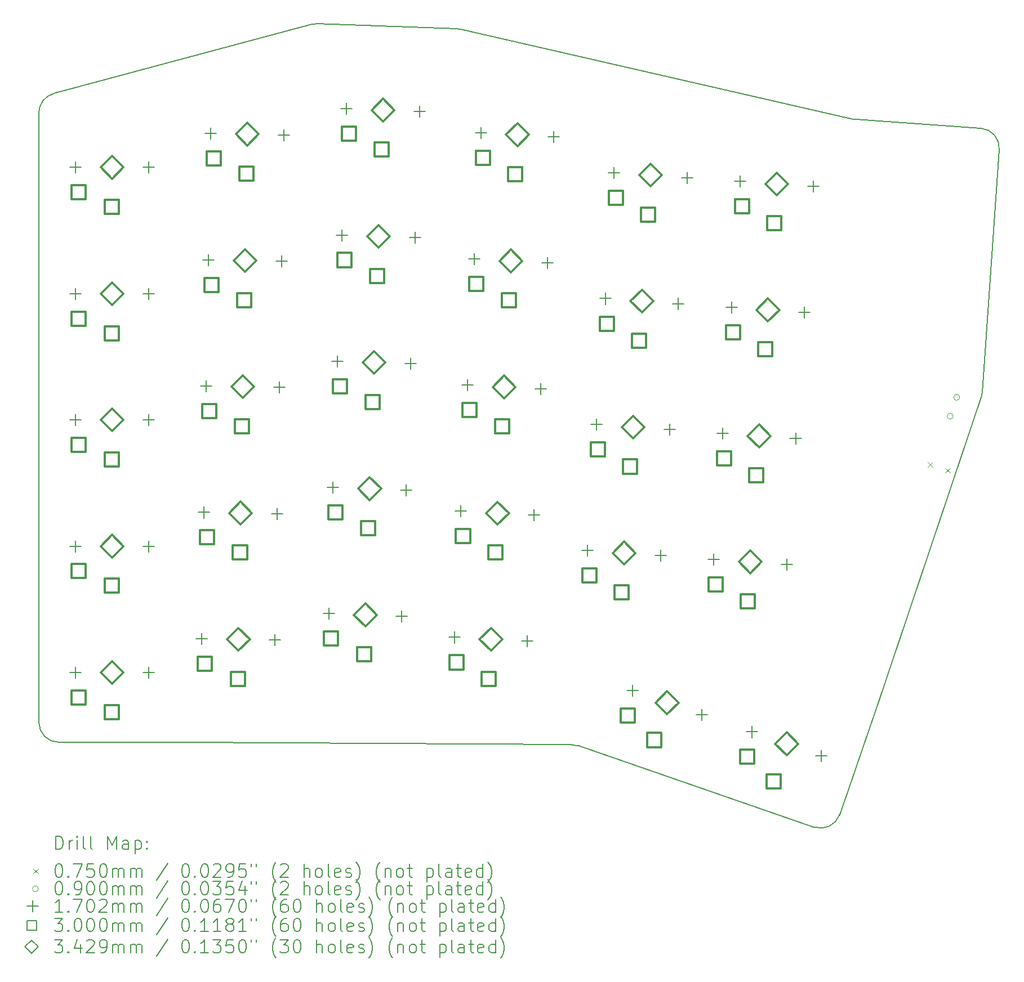
<source format=gbr>
%TF.GenerationSoftware,KiCad,Pcbnew,8.0.4*%
%TF.CreationDate,2024-08-23T21:57:58-04:00*%
%TF.ProjectId,left,6c656674-2e6b-4696-9361-645f70636258,v1.0.0*%
%TF.SameCoordinates,Original*%
%TF.FileFunction,Drillmap*%
%TF.FilePolarity,Positive*%
%FSLAX45Y45*%
G04 Gerber Fmt 4.5, Leading zero omitted, Abs format (unit mm)*
G04 Created by KiCad (PCBNEW 8.0.4) date 2024-08-23 21:57:58*
%MOMM*%
%LPD*%
G01*
G04 APERTURE LIST*
%ADD10C,0.150000*%
%ADD11C,0.200000*%
%ADD12C,0.100000*%
%ADD13C,0.170180*%
%ADD14C,0.300000*%
%ADD15C,0.342900*%
G04 APERTURE END LIST*
D10*
X11912293Y-21087526D02*
G75*
G02*
X12008027Y-21103863I-1933J-299994D01*
G01*
X10186642Y-10316009D02*
G75*
G02*
X10243117Y-10323391I-10472J-299811D01*
G01*
X16521507Y-20437990D02*
X15935796Y-22139018D01*
X16185653Y-11680068D02*
G75*
G02*
X16139635Y-11673233I20927J299258D01*
G01*
X15935796Y-22139018D02*
G75*
G02*
X15554469Y-22325005I-283656J97668D01*
G01*
X3900000Y-11579834D02*
G75*
G02*
X4121912Y-11290175I300000J0D01*
G01*
X15554470Y-22325003D02*
X12008027Y-21103864D01*
X10243117Y-10323391D02*
X16139635Y-11673234D01*
X18336092Y-12131174D02*
X18080680Y-15783732D01*
X16522124Y-20436178D02*
G75*
G02*
X16521507Y-20437990I-283065J95438D01*
G01*
X6100000Y-21050000D02*
X4200000Y-21050000D01*
X18057750Y-11810978D02*
G75*
G02*
X18336093Y-12131174I-20930J-299272D01*
G01*
X16185653Y-11680068D02*
X18057750Y-11810977D01*
X18065684Y-15858663D02*
X16522125Y-20436178D01*
X11912293Y-21087526D02*
X6100000Y-21050006D01*
X8061613Y-10241801D02*
X10186642Y-10316009D01*
X4200000Y-21050000D02*
G75*
G02*
X3900000Y-20750000I0J300000D01*
G01*
X7973055Y-10251960D02*
G75*
G02*
X8061613Y-10241802I78085J-289660D01*
G01*
X18080680Y-15783732D02*
G75*
G02*
X18065685Y-15858664I-299260J20922D01*
G01*
X4121912Y-11290176D02*
X7973055Y-10251960D01*
X3900000Y-20750000D02*
X3900000Y-11579834D01*
D11*
D12*
X17260294Y-16832899D02*
X17335294Y-16907899D01*
X17335294Y-16832899D02*
X17260294Y-16907899D01*
X17520312Y-16922430D02*
X17595312Y-16997430D01*
X17595312Y-16922430D02*
X17520312Y-16997430D01*
X17643278Y-16143631D02*
G75*
G02*
X17553278Y-16143631I-45000J0D01*
G01*
X17553278Y-16143631D02*
G75*
G02*
X17643278Y-16143631I45000J0D01*
G01*
X17740948Y-15859976D02*
G75*
G02*
X17650948Y-15859976I-45000J0D01*
G01*
X17650948Y-15859976D02*
G75*
G02*
X17740948Y-15859976I45000J0D01*
G01*
D13*
X4450000Y-12314910D02*
X4450000Y-12485090D01*
X4364910Y-12400000D02*
X4535090Y-12400000D01*
X4450000Y-14214910D02*
X4450000Y-14385090D01*
X4364910Y-14300000D02*
X4535090Y-14300000D01*
X4450000Y-16114910D02*
X4450000Y-16285090D01*
X4364910Y-16200000D02*
X4535090Y-16200000D01*
X4450000Y-18014910D02*
X4450000Y-18185090D01*
X4364910Y-18100000D02*
X4535090Y-18100000D01*
X4450000Y-19914910D02*
X4450000Y-20085090D01*
X4364910Y-20000000D02*
X4535090Y-20000000D01*
X5550000Y-12314910D02*
X5550000Y-12485090D01*
X5464910Y-12400000D02*
X5635090Y-12400000D01*
X5550000Y-14214910D02*
X5550000Y-14385090D01*
X5464910Y-14300000D02*
X5635090Y-14300000D01*
X5550000Y-16114910D02*
X5550000Y-16285090D01*
X5464910Y-16200000D02*
X5635090Y-16200000D01*
X5550000Y-18014910D02*
X5550000Y-18185090D01*
X5464910Y-18100000D02*
X5635090Y-18100000D01*
X5550000Y-19914910D02*
X5550000Y-20085090D01*
X5464910Y-20000000D02*
X5635090Y-20000000D01*
X6350084Y-19405311D02*
X6350084Y-19575491D01*
X6264994Y-19490401D02*
X6435174Y-19490401D01*
X6383243Y-17505601D02*
X6383243Y-17675781D01*
X6298153Y-17590691D02*
X6468333Y-17590691D01*
X6416403Y-15605890D02*
X6416403Y-15776070D01*
X6331313Y-15690980D02*
X6501493Y-15690980D01*
X6449562Y-13706179D02*
X6449562Y-13876359D01*
X6364472Y-13791269D02*
X6534652Y-13791269D01*
X6482722Y-11806469D02*
X6482722Y-11976649D01*
X6397632Y-11891559D02*
X6567812Y-11891559D01*
X7449916Y-19424509D02*
X7449916Y-19594689D01*
X7364826Y-19509599D02*
X7535006Y-19509599D01*
X7483076Y-17524798D02*
X7483076Y-17694978D01*
X7397986Y-17609888D02*
X7568166Y-17609888D01*
X7516235Y-15625088D02*
X7516235Y-15795268D01*
X7431145Y-15710178D02*
X7601325Y-15710178D01*
X7549395Y-13725377D02*
X7549395Y-13895557D01*
X7464305Y-13810467D02*
X7634485Y-13810467D01*
X7582554Y-11825666D02*
X7582554Y-11995846D01*
X7497464Y-11910756D02*
X7667644Y-11910756D01*
X8257027Y-19028936D02*
X8257027Y-19199116D01*
X8171937Y-19114026D02*
X8342117Y-19114026D01*
X8323336Y-17130093D02*
X8323336Y-17300273D01*
X8238246Y-17215183D02*
X8408426Y-17215183D01*
X8389645Y-15231251D02*
X8389645Y-15401431D01*
X8304555Y-15316341D02*
X8474735Y-15316341D01*
X8455954Y-13332408D02*
X8455954Y-13502588D01*
X8370864Y-13417498D02*
X8541044Y-13417498D01*
X8522263Y-11433565D02*
X8522263Y-11603745D01*
X8437173Y-11518655D02*
X8607353Y-11518655D01*
X9356357Y-19067325D02*
X9356357Y-19237505D01*
X9271267Y-19152415D02*
X9441447Y-19152415D01*
X9422666Y-17168483D02*
X9422666Y-17338663D01*
X9337576Y-17253573D02*
X9507756Y-17253573D01*
X9488975Y-15269640D02*
X9488975Y-15439820D01*
X9403885Y-15354730D02*
X9574065Y-15354730D01*
X9555284Y-13370797D02*
X9555284Y-13540977D01*
X9470194Y-13455887D02*
X9640374Y-13455887D01*
X9621593Y-11471955D02*
X9621593Y-11642135D01*
X9536503Y-11557045D02*
X9706683Y-11557045D01*
X10145818Y-19385472D02*
X10145818Y-19555652D01*
X10060728Y-19470562D02*
X10230908Y-19470562D01*
X10245256Y-17488076D02*
X10245256Y-17658256D01*
X10160166Y-17573166D02*
X10330346Y-17573166D01*
X10344695Y-15590680D02*
X10344695Y-15760860D01*
X10259605Y-15675770D02*
X10429785Y-15675770D01*
X10444133Y-13693284D02*
X10444133Y-13863464D01*
X10359043Y-13778374D02*
X10529223Y-13778374D01*
X10543571Y-11795887D02*
X10543571Y-11966067D01*
X10458481Y-11880977D02*
X10628661Y-11880977D01*
X11244310Y-19443042D02*
X11244310Y-19613222D01*
X11159221Y-19528132D02*
X11329400Y-19528132D01*
X11343749Y-17545646D02*
X11343749Y-17715826D01*
X11258659Y-17630736D02*
X11428839Y-17630736D01*
X11443187Y-15648249D02*
X11443187Y-15818429D01*
X11358097Y-15733339D02*
X11528277Y-15733339D01*
X11542625Y-13750853D02*
X11542625Y-13921033D01*
X11457535Y-13835943D02*
X11627715Y-13835943D01*
X11642064Y-11853457D02*
X11642064Y-12023637D01*
X11556974Y-11938547D02*
X11727154Y-11938547D01*
X12150169Y-18079272D02*
X12150169Y-18249452D01*
X12065079Y-18164362D02*
X12235259Y-18164362D01*
X12282707Y-16183900D02*
X12282707Y-16354080D01*
X12197617Y-16268990D02*
X12367797Y-16268990D01*
X12415244Y-14288529D02*
X12415244Y-14458709D01*
X12330154Y-14373619D02*
X12500334Y-14373619D01*
X12547781Y-12393157D02*
X12547781Y-12563337D01*
X12462691Y-12478247D02*
X12632871Y-12478247D01*
X12823381Y-20189022D02*
X12823381Y-20359202D01*
X12738291Y-20274112D02*
X12908471Y-20274112D01*
X13247490Y-18156004D02*
X13247490Y-18326184D01*
X13162400Y-18241094D02*
X13332580Y-18241094D01*
X13380027Y-16260633D02*
X13380027Y-16430813D01*
X13294937Y-16345723D02*
X13465117Y-16345723D01*
X13512564Y-14365261D02*
X13512564Y-14535441D01*
X13427474Y-14450351D02*
X13597654Y-14450351D01*
X13645102Y-12469889D02*
X13645102Y-12640069D01*
X13560012Y-12554979D02*
X13730192Y-12554979D01*
X13863452Y-20547147D02*
X13863452Y-20717327D01*
X13778362Y-20632237D02*
X13948542Y-20632237D01*
X14045541Y-18211809D02*
X14045541Y-18381989D01*
X13960451Y-18296899D02*
X14130631Y-18296899D01*
X14178078Y-16316438D02*
X14178078Y-16486618D01*
X14092988Y-16401528D02*
X14263168Y-16401528D01*
X14310616Y-14421066D02*
X14310616Y-14591246D01*
X14225526Y-14506156D02*
X14395706Y-14506156D01*
X14443153Y-12525694D02*
X14443153Y-12695874D01*
X14358063Y-12610784D02*
X14528243Y-12610784D01*
X14619867Y-20807601D02*
X14619867Y-20977781D01*
X14534777Y-20892691D02*
X14704957Y-20892691D01*
X15142862Y-18288542D02*
X15142862Y-18458722D01*
X15057772Y-18373632D02*
X15227952Y-18373632D01*
X15275399Y-16393170D02*
X15275399Y-16563350D01*
X15190309Y-16478260D02*
X15360489Y-16478260D01*
X15407936Y-14497798D02*
X15407936Y-14667978D01*
X15322846Y-14582888D02*
X15493026Y-14582888D01*
X15540473Y-12602426D02*
X15540473Y-12772606D01*
X15455383Y-12687516D02*
X15625563Y-12687516D01*
X15659937Y-21165726D02*
X15659937Y-21335906D01*
X15574847Y-21250816D02*
X15745027Y-21250816D01*
D14*
X4606067Y-12881067D02*
X4606067Y-12668933D01*
X4393933Y-12668933D01*
X4393933Y-12881067D01*
X4606067Y-12881067D01*
X4606067Y-14781067D02*
X4606067Y-14568933D01*
X4393933Y-14568933D01*
X4393933Y-14781067D01*
X4606067Y-14781067D01*
X4606067Y-16681067D02*
X4606067Y-16468933D01*
X4393933Y-16468933D01*
X4393933Y-16681067D01*
X4606067Y-16681067D01*
X4606067Y-18581067D02*
X4606067Y-18368933D01*
X4393933Y-18368933D01*
X4393933Y-18581067D01*
X4606067Y-18581067D01*
X4606067Y-20481067D02*
X4606067Y-20268933D01*
X4393933Y-20268933D01*
X4393933Y-20481067D01*
X4606067Y-20481067D01*
X5106067Y-13101067D02*
X5106067Y-12888933D01*
X4893933Y-12888933D01*
X4893933Y-13101067D01*
X5106067Y-13101067D01*
X5106067Y-15001067D02*
X5106067Y-14788933D01*
X4893933Y-14788933D01*
X4893933Y-15001067D01*
X5106067Y-15001067D01*
X5106067Y-16901067D02*
X5106067Y-16688933D01*
X4893933Y-16688933D01*
X4893933Y-16901067D01*
X5106067Y-16901067D01*
X5106067Y-18801067D02*
X5106067Y-18588933D01*
X4893933Y-18588933D01*
X4893933Y-18801067D01*
X5106067Y-18801067D01*
X5106067Y-20701067D02*
X5106067Y-20488933D01*
X4893933Y-20488933D01*
X4893933Y-20701067D01*
X5106067Y-20701067D01*
X6499598Y-19972284D02*
X6499598Y-19760150D01*
X6287464Y-19760150D01*
X6287464Y-19972284D01*
X6499598Y-19972284D01*
X6532758Y-18072573D02*
X6532758Y-17860439D01*
X6320624Y-17860439D01*
X6320624Y-18072573D01*
X6532758Y-18072573D01*
X6565918Y-16172862D02*
X6565918Y-15960728D01*
X6353784Y-15960728D01*
X6353784Y-16172862D01*
X6565918Y-16172862D01*
X6599077Y-14273152D02*
X6599077Y-14061018D01*
X6386943Y-14061018D01*
X6386943Y-14273152D01*
X6599077Y-14273152D01*
X6632237Y-12373441D02*
X6632237Y-12161307D01*
X6420103Y-12161307D01*
X6420103Y-12373441D01*
X6632237Y-12373441D01*
X6995683Y-20200976D02*
X6995683Y-19988842D01*
X6783549Y-19988842D01*
X6783549Y-20200976D01*
X6995683Y-20200976D01*
X7028842Y-18301266D02*
X7028842Y-18089132D01*
X6816708Y-18089132D01*
X6816708Y-18301266D01*
X7028842Y-18301266D01*
X7062002Y-16401555D02*
X7062002Y-16189421D01*
X6849868Y-16189421D01*
X6849868Y-16401555D01*
X7062002Y-16401555D01*
X7095161Y-14501844D02*
X7095161Y-14289710D01*
X6883027Y-14289710D01*
X6883027Y-14501844D01*
X7095161Y-14501844D01*
X7128321Y-12602134D02*
X7128321Y-12390000D01*
X6916187Y-12390000D01*
X6916187Y-12602134D01*
X7128321Y-12602134D01*
X8399976Y-19596609D02*
X8399976Y-19384475D01*
X8187842Y-19384475D01*
X8187842Y-19596609D01*
X8399976Y-19596609D01*
X8466285Y-17697767D02*
X8466285Y-17485633D01*
X8254151Y-17485633D01*
X8254151Y-17697767D01*
X8466285Y-17697767D01*
X8532594Y-15798924D02*
X8532594Y-15586790D01*
X8320460Y-15586790D01*
X8320460Y-15798924D01*
X8532594Y-15798924D01*
X8598903Y-13900082D02*
X8598903Y-13687948D01*
X8386769Y-13687948D01*
X8386769Y-13900082D01*
X8598903Y-13900082D01*
X8665212Y-12001239D02*
X8665212Y-11789105D01*
X8453078Y-11789105D01*
X8453078Y-12001239D01*
X8665212Y-12001239D01*
X8891993Y-19833925D02*
X8891993Y-19621791D01*
X8679859Y-19621791D01*
X8679859Y-19833925D01*
X8891993Y-19833925D01*
X8958302Y-17935082D02*
X8958302Y-17722948D01*
X8746168Y-17722948D01*
X8746168Y-17935082D01*
X8958302Y-17935082D01*
X9024612Y-16036240D02*
X9024612Y-15824106D01*
X8812478Y-15824106D01*
X8812478Y-16036240D01*
X9024612Y-16036240D01*
X9090921Y-14137397D02*
X9090921Y-13925263D01*
X8878787Y-13925263D01*
X8878787Y-14137397D01*
X9090921Y-14137397D01*
X9157230Y-12238555D02*
X9157230Y-12026421D01*
X8945096Y-12026421D01*
X8945096Y-12238555D01*
X9157230Y-12238555D01*
X10282191Y-19953732D02*
X10282191Y-19741598D01*
X10070057Y-19741598D01*
X10070057Y-19953732D01*
X10282191Y-19953732D01*
X10381629Y-18056336D02*
X10381629Y-17844202D01*
X10169495Y-17844202D01*
X10169495Y-18056336D01*
X10381629Y-18056336D01*
X10481067Y-16158940D02*
X10481067Y-15946806D01*
X10268933Y-15946806D01*
X10268933Y-16158940D01*
X10481067Y-16158940D01*
X10580506Y-14261543D02*
X10580506Y-14049409D01*
X10368372Y-14049409D01*
X10368372Y-14261543D01*
X10580506Y-14261543D01*
X10679944Y-12364147D02*
X10679944Y-12152013D01*
X10467810Y-12152013D01*
X10467810Y-12364147D01*
X10679944Y-12364147D01*
X10769991Y-20199598D02*
X10769991Y-19987464D01*
X10557857Y-19987464D01*
X10557857Y-20199598D01*
X10769991Y-20199598D01*
X10869430Y-18302202D02*
X10869430Y-18090068D01*
X10657296Y-18090068D01*
X10657296Y-18302202D01*
X10869430Y-18302202D01*
X10968868Y-16404806D02*
X10968868Y-16192672D01*
X10756734Y-16192672D01*
X10756734Y-16404806D01*
X10968868Y-16404806D01*
X11068306Y-14507410D02*
X11068306Y-14295276D01*
X10856172Y-14295276D01*
X10856172Y-14507410D01*
X11068306Y-14507410D01*
X11167745Y-12610014D02*
X11167745Y-12397880D01*
X10955611Y-12397880D01*
X10955611Y-12610014D01*
X11167745Y-12610014D01*
X12279956Y-18648004D02*
X12279956Y-18435870D01*
X12067822Y-18435870D01*
X12067822Y-18648004D01*
X12279956Y-18648004D01*
X12412493Y-16752632D02*
X12412493Y-16540498D01*
X12200359Y-16540498D01*
X12200359Y-16752632D01*
X12412493Y-16752632D01*
X12545031Y-14857260D02*
X12545031Y-14645126D01*
X12332897Y-14645126D01*
X12332897Y-14857260D01*
X12545031Y-14857260D01*
X12677568Y-12961888D02*
X12677568Y-12749754D01*
X12465434Y-12749754D01*
X12465434Y-12961888D01*
X12677568Y-12961888D01*
X12763392Y-18902346D02*
X12763392Y-18690212D01*
X12551258Y-18690212D01*
X12551258Y-18902346D01*
X12763392Y-18902346D01*
X12854636Y-20751027D02*
X12854636Y-20538893D01*
X12642502Y-20538893D01*
X12642502Y-20751027D01*
X12854636Y-20751027D01*
X12895929Y-17006974D02*
X12895929Y-16794840D01*
X12683795Y-16794840D01*
X12683795Y-17006974D01*
X12895929Y-17006974D01*
X13028466Y-15111602D02*
X13028466Y-14899468D01*
X12816332Y-14899468D01*
X12816332Y-15111602D01*
X13028466Y-15111602D01*
X13161003Y-13216231D02*
X13161003Y-13004097D01*
X12948869Y-13004097D01*
X12948869Y-13216231D01*
X13161003Y-13216231D01*
X13255771Y-21121825D02*
X13255771Y-20909691D01*
X13043637Y-20909691D01*
X13043637Y-21121825D01*
X13255771Y-21121825D01*
X14175328Y-18780541D02*
X14175328Y-18568407D01*
X13963194Y-18568407D01*
X13963194Y-18780541D01*
X14175328Y-18780541D01*
X14307865Y-16885169D02*
X14307865Y-16673035D01*
X14095731Y-16673035D01*
X14095731Y-16885169D01*
X14307865Y-16885169D01*
X14440402Y-14989797D02*
X14440402Y-14777663D01*
X14228268Y-14777663D01*
X14228268Y-14989797D01*
X14440402Y-14989797D01*
X14572940Y-13094426D02*
X14572940Y-12882292D01*
X14360806Y-12882292D01*
X14360806Y-13094426D01*
X14572940Y-13094426D01*
X14651122Y-21369606D02*
X14651122Y-21157472D01*
X14438988Y-21157472D01*
X14438988Y-21369606D01*
X14651122Y-21369606D01*
X14658763Y-19034883D02*
X14658763Y-18822749D01*
X14446629Y-18822749D01*
X14446629Y-19034883D01*
X14658763Y-19034883D01*
X14791301Y-17139511D02*
X14791301Y-16927377D01*
X14579167Y-16927377D01*
X14579167Y-17139511D01*
X14791301Y-17139511D01*
X14923838Y-15244140D02*
X14923838Y-15032006D01*
X14711704Y-15032006D01*
X14711704Y-15244140D01*
X14923838Y-15244140D01*
X15052256Y-21740404D02*
X15052256Y-21528270D01*
X14840122Y-21528270D01*
X14840122Y-21740404D01*
X15052256Y-21740404D01*
X15056375Y-13348768D02*
X15056375Y-13136634D01*
X14844241Y-13136634D01*
X14844241Y-13348768D01*
X15056375Y-13348768D01*
D15*
X5000000Y-12571450D02*
X5171450Y-12400000D01*
X5000000Y-12228550D01*
X4828550Y-12400000D01*
X5000000Y-12571450D01*
X5000000Y-14471450D02*
X5171450Y-14300000D01*
X5000000Y-14128550D01*
X4828550Y-14300000D01*
X5000000Y-14471450D01*
X5000000Y-16371450D02*
X5171450Y-16200000D01*
X5000000Y-16028550D01*
X4828550Y-16200000D01*
X5000000Y-16371450D01*
X5000000Y-18271450D02*
X5171450Y-18100000D01*
X5000000Y-17928550D01*
X4828550Y-18100000D01*
X5000000Y-18271450D01*
X5000000Y-20171450D02*
X5171450Y-20000000D01*
X5000000Y-19828550D01*
X4828550Y-20000000D01*
X5000000Y-20171450D01*
X6900000Y-19671450D02*
X7071450Y-19500000D01*
X6900000Y-19328550D01*
X6728550Y-19500000D01*
X6900000Y-19671450D01*
X6933160Y-17771739D02*
X7104610Y-17600289D01*
X6933160Y-17428839D01*
X6761710Y-17600289D01*
X6933160Y-17771739D01*
X6966319Y-15872029D02*
X7137769Y-15700579D01*
X6966319Y-15529129D01*
X6794869Y-15700579D01*
X6966319Y-15872029D01*
X6999479Y-13972318D02*
X7170929Y-13800868D01*
X6999479Y-13629418D01*
X6828029Y-13800868D01*
X6999479Y-13972318D01*
X7032638Y-12072607D02*
X7204088Y-11901157D01*
X7032638Y-11729707D01*
X6861188Y-11901157D01*
X7032638Y-12072607D01*
X8806692Y-19304671D02*
X8978142Y-19133221D01*
X8806692Y-18961771D01*
X8635242Y-19133221D01*
X8806692Y-19304671D01*
X8873001Y-17405828D02*
X9044451Y-17234378D01*
X8873001Y-17062928D01*
X8701551Y-17234378D01*
X8873001Y-17405828D01*
X8939310Y-15506985D02*
X9110760Y-15335535D01*
X8939310Y-15164085D01*
X8767860Y-15335535D01*
X8939310Y-15506985D01*
X9005619Y-13608143D02*
X9177069Y-13436693D01*
X9005619Y-13265243D01*
X8834169Y-13436693D01*
X9005619Y-13608143D01*
X9071928Y-11709300D02*
X9243378Y-11537850D01*
X9071928Y-11366400D01*
X8900478Y-11537850D01*
X9071928Y-11709300D01*
X10695064Y-19670797D02*
X10866514Y-19499347D01*
X10695064Y-19327897D01*
X10523614Y-19499347D01*
X10695064Y-19670797D01*
X10794503Y-17773401D02*
X10965953Y-17601951D01*
X10794503Y-17430501D01*
X10623053Y-17601951D01*
X10794503Y-17773401D01*
X10893941Y-15876004D02*
X11065391Y-15704554D01*
X10893941Y-15533104D01*
X10722491Y-15704554D01*
X10893941Y-15876004D01*
X10993379Y-13978608D02*
X11164829Y-13807158D01*
X10993379Y-13635708D01*
X10821929Y-13807158D01*
X10993379Y-13978608D01*
X11092818Y-12081212D02*
X11264268Y-11909762D01*
X11092818Y-11738312D01*
X10921368Y-11909762D01*
X11092818Y-12081212D01*
X12698830Y-18374178D02*
X12870280Y-18202728D01*
X12698830Y-18031278D01*
X12527380Y-18202728D01*
X12698830Y-18374178D01*
X12831367Y-16478806D02*
X13002817Y-16307356D01*
X12831367Y-16135906D01*
X12659917Y-16307356D01*
X12831367Y-16478806D01*
X12963904Y-14583435D02*
X13135354Y-14411985D01*
X12963904Y-14240535D01*
X12792454Y-14411985D01*
X12963904Y-14583435D01*
X13096442Y-12688063D02*
X13267892Y-12516613D01*
X13096442Y-12345163D01*
X12924992Y-12516613D01*
X13096442Y-12688063D01*
X13343417Y-20624624D02*
X13514867Y-20453174D01*
X13343417Y-20281724D01*
X13171967Y-20453174D01*
X13343417Y-20624624D01*
X14594201Y-18506716D02*
X14765651Y-18335266D01*
X14594201Y-18163816D01*
X14422751Y-18335266D01*
X14594201Y-18506716D01*
X14726739Y-16611344D02*
X14898189Y-16439894D01*
X14726739Y-16268444D01*
X14555289Y-16439894D01*
X14726739Y-16611344D01*
X14859276Y-14715972D02*
X15030726Y-14544522D01*
X14859276Y-14373072D01*
X14687826Y-14544522D01*
X14859276Y-14715972D01*
X14991813Y-12820600D02*
X15163263Y-12649150D01*
X14991813Y-12477700D01*
X14820363Y-12649150D01*
X14991813Y-12820600D01*
X15139902Y-21243204D02*
X15311352Y-21071754D01*
X15139902Y-20900304D01*
X14968452Y-21071754D01*
X15139902Y-21243204D01*
D11*
X4153277Y-22660334D02*
X4153277Y-22460334D01*
X4153277Y-22460334D02*
X4200896Y-22460334D01*
X4200896Y-22460334D02*
X4229467Y-22469857D01*
X4229467Y-22469857D02*
X4248515Y-22488905D01*
X4248515Y-22488905D02*
X4258039Y-22507953D01*
X4258039Y-22507953D02*
X4267563Y-22546048D01*
X4267563Y-22546048D02*
X4267563Y-22574619D01*
X4267563Y-22574619D02*
X4258039Y-22612715D01*
X4258039Y-22612715D02*
X4248515Y-22631762D01*
X4248515Y-22631762D02*
X4229467Y-22650810D01*
X4229467Y-22650810D02*
X4200896Y-22660334D01*
X4200896Y-22660334D02*
X4153277Y-22660334D01*
X4353277Y-22660334D02*
X4353277Y-22527000D01*
X4353277Y-22565096D02*
X4362801Y-22546048D01*
X4362801Y-22546048D02*
X4372324Y-22536524D01*
X4372324Y-22536524D02*
X4391372Y-22527000D01*
X4391372Y-22527000D02*
X4410420Y-22527000D01*
X4477086Y-22660334D02*
X4477086Y-22527000D01*
X4477086Y-22460334D02*
X4467563Y-22469857D01*
X4467563Y-22469857D02*
X4477086Y-22479381D01*
X4477086Y-22479381D02*
X4486610Y-22469857D01*
X4486610Y-22469857D02*
X4477086Y-22460334D01*
X4477086Y-22460334D02*
X4477086Y-22479381D01*
X4600896Y-22660334D02*
X4581848Y-22650810D01*
X4581848Y-22650810D02*
X4572324Y-22631762D01*
X4572324Y-22631762D02*
X4572324Y-22460334D01*
X4705658Y-22660334D02*
X4686610Y-22650810D01*
X4686610Y-22650810D02*
X4677086Y-22631762D01*
X4677086Y-22631762D02*
X4677086Y-22460334D01*
X4934229Y-22660334D02*
X4934229Y-22460334D01*
X4934229Y-22460334D02*
X5000896Y-22603191D01*
X5000896Y-22603191D02*
X5067563Y-22460334D01*
X5067563Y-22460334D02*
X5067563Y-22660334D01*
X5248515Y-22660334D02*
X5248515Y-22555572D01*
X5248515Y-22555572D02*
X5238991Y-22536524D01*
X5238991Y-22536524D02*
X5219944Y-22527000D01*
X5219944Y-22527000D02*
X5181848Y-22527000D01*
X5181848Y-22527000D02*
X5162801Y-22536524D01*
X5248515Y-22650810D02*
X5229467Y-22660334D01*
X5229467Y-22660334D02*
X5181848Y-22660334D01*
X5181848Y-22660334D02*
X5162801Y-22650810D01*
X5162801Y-22650810D02*
X5153277Y-22631762D01*
X5153277Y-22631762D02*
X5153277Y-22612715D01*
X5153277Y-22612715D02*
X5162801Y-22593667D01*
X5162801Y-22593667D02*
X5181848Y-22584143D01*
X5181848Y-22584143D02*
X5229467Y-22584143D01*
X5229467Y-22584143D02*
X5248515Y-22574619D01*
X5343753Y-22527000D02*
X5343753Y-22727000D01*
X5343753Y-22536524D02*
X5362801Y-22527000D01*
X5362801Y-22527000D02*
X5400896Y-22527000D01*
X5400896Y-22527000D02*
X5419944Y-22536524D01*
X5419944Y-22536524D02*
X5429467Y-22546048D01*
X5429467Y-22546048D02*
X5438991Y-22565096D01*
X5438991Y-22565096D02*
X5438991Y-22622238D01*
X5438991Y-22622238D02*
X5429467Y-22641286D01*
X5429467Y-22641286D02*
X5419944Y-22650810D01*
X5419944Y-22650810D02*
X5400896Y-22660334D01*
X5400896Y-22660334D02*
X5362801Y-22660334D01*
X5362801Y-22660334D02*
X5343753Y-22650810D01*
X5524705Y-22641286D02*
X5534229Y-22650810D01*
X5534229Y-22650810D02*
X5524705Y-22660334D01*
X5524705Y-22660334D02*
X5515182Y-22650810D01*
X5515182Y-22650810D02*
X5524705Y-22641286D01*
X5524705Y-22641286D02*
X5524705Y-22660334D01*
X5524705Y-22536524D02*
X5534229Y-22546048D01*
X5534229Y-22546048D02*
X5524705Y-22555572D01*
X5524705Y-22555572D02*
X5515182Y-22546048D01*
X5515182Y-22546048D02*
X5524705Y-22536524D01*
X5524705Y-22536524D02*
X5524705Y-22555572D01*
D12*
X3817500Y-22951350D02*
X3892500Y-23026350D01*
X3892500Y-22951350D02*
X3817500Y-23026350D01*
D11*
X4191372Y-22880334D02*
X4210420Y-22880334D01*
X4210420Y-22880334D02*
X4229467Y-22889857D01*
X4229467Y-22889857D02*
X4238991Y-22899381D01*
X4238991Y-22899381D02*
X4248515Y-22918429D01*
X4248515Y-22918429D02*
X4258039Y-22956524D01*
X4258039Y-22956524D02*
X4258039Y-23004143D01*
X4258039Y-23004143D02*
X4248515Y-23042238D01*
X4248515Y-23042238D02*
X4238991Y-23061286D01*
X4238991Y-23061286D02*
X4229467Y-23070810D01*
X4229467Y-23070810D02*
X4210420Y-23080334D01*
X4210420Y-23080334D02*
X4191372Y-23080334D01*
X4191372Y-23080334D02*
X4172324Y-23070810D01*
X4172324Y-23070810D02*
X4162801Y-23061286D01*
X4162801Y-23061286D02*
X4153277Y-23042238D01*
X4153277Y-23042238D02*
X4143753Y-23004143D01*
X4143753Y-23004143D02*
X4143753Y-22956524D01*
X4143753Y-22956524D02*
X4153277Y-22918429D01*
X4153277Y-22918429D02*
X4162801Y-22899381D01*
X4162801Y-22899381D02*
X4172324Y-22889857D01*
X4172324Y-22889857D02*
X4191372Y-22880334D01*
X4343753Y-23061286D02*
X4353277Y-23070810D01*
X4353277Y-23070810D02*
X4343753Y-23080334D01*
X4343753Y-23080334D02*
X4334229Y-23070810D01*
X4334229Y-23070810D02*
X4343753Y-23061286D01*
X4343753Y-23061286D02*
X4343753Y-23080334D01*
X4419944Y-22880334D02*
X4553277Y-22880334D01*
X4553277Y-22880334D02*
X4467563Y-23080334D01*
X4724705Y-22880334D02*
X4629467Y-22880334D01*
X4629467Y-22880334D02*
X4619944Y-22975572D01*
X4619944Y-22975572D02*
X4629467Y-22966048D01*
X4629467Y-22966048D02*
X4648515Y-22956524D01*
X4648515Y-22956524D02*
X4696134Y-22956524D01*
X4696134Y-22956524D02*
X4715182Y-22966048D01*
X4715182Y-22966048D02*
X4724705Y-22975572D01*
X4724705Y-22975572D02*
X4734229Y-22994619D01*
X4734229Y-22994619D02*
X4734229Y-23042238D01*
X4734229Y-23042238D02*
X4724705Y-23061286D01*
X4724705Y-23061286D02*
X4715182Y-23070810D01*
X4715182Y-23070810D02*
X4696134Y-23080334D01*
X4696134Y-23080334D02*
X4648515Y-23080334D01*
X4648515Y-23080334D02*
X4629467Y-23070810D01*
X4629467Y-23070810D02*
X4619944Y-23061286D01*
X4858039Y-22880334D02*
X4877086Y-22880334D01*
X4877086Y-22880334D02*
X4896134Y-22889857D01*
X4896134Y-22889857D02*
X4905658Y-22899381D01*
X4905658Y-22899381D02*
X4915182Y-22918429D01*
X4915182Y-22918429D02*
X4924705Y-22956524D01*
X4924705Y-22956524D02*
X4924705Y-23004143D01*
X4924705Y-23004143D02*
X4915182Y-23042238D01*
X4915182Y-23042238D02*
X4905658Y-23061286D01*
X4905658Y-23061286D02*
X4896134Y-23070810D01*
X4896134Y-23070810D02*
X4877086Y-23080334D01*
X4877086Y-23080334D02*
X4858039Y-23080334D01*
X4858039Y-23080334D02*
X4838991Y-23070810D01*
X4838991Y-23070810D02*
X4829467Y-23061286D01*
X4829467Y-23061286D02*
X4819944Y-23042238D01*
X4819944Y-23042238D02*
X4810420Y-23004143D01*
X4810420Y-23004143D02*
X4810420Y-22956524D01*
X4810420Y-22956524D02*
X4819944Y-22918429D01*
X4819944Y-22918429D02*
X4829467Y-22899381D01*
X4829467Y-22899381D02*
X4838991Y-22889857D01*
X4838991Y-22889857D02*
X4858039Y-22880334D01*
X5010420Y-23080334D02*
X5010420Y-22947000D01*
X5010420Y-22966048D02*
X5019944Y-22956524D01*
X5019944Y-22956524D02*
X5038991Y-22947000D01*
X5038991Y-22947000D02*
X5067563Y-22947000D01*
X5067563Y-22947000D02*
X5086610Y-22956524D01*
X5086610Y-22956524D02*
X5096134Y-22975572D01*
X5096134Y-22975572D02*
X5096134Y-23080334D01*
X5096134Y-22975572D02*
X5105658Y-22956524D01*
X5105658Y-22956524D02*
X5124705Y-22947000D01*
X5124705Y-22947000D02*
X5153277Y-22947000D01*
X5153277Y-22947000D02*
X5172325Y-22956524D01*
X5172325Y-22956524D02*
X5181848Y-22975572D01*
X5181848Y-22975572D02*
X5181848Y-23080334D01*
X5277086Y-23080334D02*
X5277086Y-22947000D01*
X5277086Y-22966048D02*
X5286610Y-22956524D01*
X5286610Y-22956524D02*
X5305658Y-22947000D01*
X5305658Y-22947000D02*
X5334229Y-22947000D01*
X5334229Y-22947000D02*
X5353277Y-22956524D01*
X5353277Y-22956524D02*
X5362801Y-22975572D01*
X5362801Y-22975572D02*
X5362801Y-23080334D01*
X5362801Y-22975572D02*
X5372325Y-22956524D01*
X5372325Y-22956524D02*
X5391372Y-22947000D01*
X5391372Y-22947000D02*
X5419944Y-22947000D01*
X5419944Y-22947000D02*
X5438991Y-22956524D01*
X5438991Y-22956524D02*
X5448515Y-22975572D01*
X5448515Y-22975572D02*
X5448515Y-23080334D01*
X5838991Y-22870810D02*
X5667563Y-23127953D01*
X6096134Y-22880334D02*
X6115182Y-22880334D01*
X6115182Y-22880334D02*
X6134229Y-22889857D01*
X6134229Y-22889857D02*
X6143753Y-22899381D01*
X6143753Y-22899381D02*
X6153277Y-22918429D01*
X6153277Y-22918429D02*
X6162801Y-22956524D01*
X6162801Y-22956524D02*
X6162801Y-23004143D01*
X6162801Y-23004143D02*
X6153277Y-23042238D01*
X6153277Y-23042238D02*
X6143753Y-23061286D01*
X6143753Y-23061286D02*
X6134229Y-23070810D01*
X6134229Y-23070810D02*
X6115182Y-23080334D01*
X6115182Y-23080334D02*
X6096134Y-23080334D01*
X6096134Y-23080334D02*
X6077086Y-23070810D01*
X6077086Y-23070810D02*
X6067563Y-23061286D01*
X6067563Y-23061286D02*
X6058039Y-23042238D01*
X6058039Y-23042238D02*
X6048515Y-23004143D01*
X6048515Y-23004143D02*
X6048515Y-22956524D01*
X6048515Y-22956524D02*
X6058039Y-22918429D01*
X6058039Y-22918429D02*
X6067563Y-22899381D01*
X6067563Y-22899381D02*
X6077086Y-22889857D01*
X6077086Y-22889857D02*
X6096134Y-22880334D01*
X6248515Y-23061286D02*
X6258039Y-23070810D01*
X6258039Y-23070810D02*
X6248515Y-23080334D01*
X6248515Y-23080334D02*
X6238991Y-23070810D01*
X6238991Y-23070810D02*
X6248515Y-23061286D01*
X6248515Y-23061286D02*
X6248515Y-23080334D01*
X6381848Y-22880334D02*
X6400896Y-22880334D01*
X6400896Y-22880334D02*
X6419944Y-22889857D01*
X6419944Y-22889857D02*
X6429467Y-22899381D01*
X6429467Y-22899381D02*
X6438991Y-22918429D01*
X6438991Y-22918429D02*
X6448515Y-22956524D01*
X6448515Y-22956524D02*
X6448515Y-23004143D01*
X6448515Y-23004143D02*
X6438991Y-23042238D01*
X6438991Y-23042238D02*
X6429467Y-23061286D01*
X6429467Y-23061286D02*
X6419944Y-23070810D01*
X6419944Y-23070810D02*
X6400896Y-23080334D01*
X6400896Y-23080334D02*
X6381848Y-23080334D01*
X6381848Y-23080334D02*
X6362801Y-23070810D01*
X6362801Y-23070810D02*
X6353277Y-23061286D01*
X6353277Y-23061286D02*
X6343753Y-23042238D01*
X6343753Y-23042238D02*
X6334229Y-23004143D01*
X6334229Y-23004143D02*
X6334229Y-22956524D01*
X6334229Y-22956524D02*
X6343753Y-22918429D01*
X6343753Y-22918429D02*
X6353277Y-22899381D01*
X6353277Y-22899381D02*
X6362801Y-22889857D01*
X6362801Y-22889857D02*
X6381848Y-22880334D01*
X6524706Y-22899381D02*
X6534229Y-22889857D01*
X6534229Y-22889857D02*
X6553277Y-22880334D01*
X6553277Y-22880334D02*
X6600896Y-22880334D01*
X6600896Y-22880334D02*
X6619944Y-22889857D01*
X6619944Y-22889857D02*
X6629467Y-22899381D01*
X6629467Y-22899381D02*
X6638991Y-22918429D01*
X6638991Y-22918429D02*
X6638991Y-22937476D01*
X6638991Y-22937476D02*
X6629467Y-22966048D01*
X6629467Y-22966048D02*
X6515182Y-23080334D01*
X6515182Y-23080334D02*
X6638991Y-23080334D01*
X6734229Y-23080334D02*
X6772325Y-23080334D01*
X6772325Y-23080334D02*
X6791372Y-23070810D01*
X6791372Y-23070810D02*
X6800896Y-23061286D01*
X6800896Y-23061286D02*
X6819944Y-23032715D01*
X6819944Y-23032715D02*
X6829467Y-22994619D01*
X6829467Y-22994619D02*
X6829467Y-22918429D01*
X6829467Y-22918429D02*
X6819944Y-22899381D01*
X6819944Y-22899381D02*
X6810420Y-22889857D01*
X6810420Y-22889857D02*
X6791372Y-22880334D01*
X6791372Y-22880334D02*
X6753277Y-22880334D01*
X6753277Y-22880334D02*
X6734229Y-22889857D01*
X6734229Y-22889857D02*
X6724706Y-22899381D01*
X6724706Y-22899381D02*
X6715182Y-22918429D01*
X6715182Y-22918429D02*
X6715182Y-22966048D01*
X6715182Y-22966048D02*
X6724706Y-22985096D01*
X6724706Y-22985096D02*
X6734229Y-22994619D01*
X6734229Y-22994619D02*
X6753277Y-23004143D01*
X6753277Y-23004143D02*
X6791372Y-23004143D01*
X6791372Y-23004143D02*
X6810420Y-22994619D01*
X6810420Y-22994619D02*
X6819944Y-22985096D01*
X6819944Y-22985096D02*
X6829467Y-22966048D01*
X7010420Y-22880334D02*
X6915182Y-22880334D01*
X6915182Y-22880334D02*
X6905658Y-22975572D01*
X6905658Y-22975572D02*
X6915182Y-22966048D01*
X6915182Y-22966048D02*
X6934229Y-22956524D01*
X6934229Y-22956524D02*
X6981848Y-22956524D01*
X6981848Y-22956524D02*
X7000896Y-22966048D01*
X7000896Y-22966048D02*
X7010420Y-22975572D01*
X7010420Y-22975572D02*
X7019944Y-22994619D01*
X7019944Y-22994619D02*
X7019944Y-23042238D01*
X7019944Y-23042238D02*
X7010420Y-23061286D01*
X7010420Y-23061286D02*
X7000896Y-23070810D01*
X7000896Y-23070810D02*
X6981848Y-23080334D01*
X6981848Y-23080334D02*
X6934229Y-23080334D01*
X6934229Y-23080334D02*
X6915182Y-23070810D01*
X6915182Y-23070810D02*
X6905658Y-23061286D01*
X7096134Y-22880334D02*
X7096134Y-22918429D01*
X7172325Y-22880334D02*
X7172325Y-22918429D01*
X7467563Y-23156524D02*
X7458039Y-23147000D01*
X7458039Y-23147000D02*
X7438991Y-23118429D01*
X7438991Y-23118429D02*
X7429468Y-23099381D01*
X7429468Y-23099381D02*
X7419944Y-23070810D01*
X7419944Y-23070810D02*
X7410420Y-23023191D01*
X7410420Y-23023191D02*
X7410420Y-22985096D01*
X7410420Y-22985096D02*
X7419944Y-22937476D01*
X7419944Y-22937476D02*
X7429468Y-22908905D01*
X7429468Y-22908905D02*
X7438991Y-22889857D01*
X7438991Y-22889857D02*
X7458039Y-22861286D01*
X7458039Y-22861286D02*
X7467563Y-22851762D01*
X7534229Y-22899381D02*
X7543753Y-22889857D01*
X7543753Y-22889857D02*
X7562801Y-22880334D01*
X7562801Y-22880334D02*
X7610420Y-22880334D01*
X7610420Y-22880334D02*
X7629468Y-22889857D01*
X7629468Y-22889857D02*
X7638991Y-22899381D01*
X7638991Y-22899381D02*
X7648515Y-22918429D01*
X7648515Y-22918429D02*
X7648515Y-22937476D01*
X7648515Y-22937476D02*
X7638991Y-22966048D01*
X7638991Y-22966048D02*
X7524706Y-23080334D01*
X7524706Y-23080334D02*
X7648515Y-23080334D01*
X7886610Y-23080334D02*
X7886610Y-22880334D01*
X7972325Y-23080334D02*
X7972325Y-22975572D01*
X7972325Y-22975572D02*
X7962801Y-22956524D01*
X7962801Y-22956524D02*
X7943753Y-22947000D01*
X7943753Y-22947000D02*
X7915182Y-22947000D01*
X7915182Y-22947000D02*
X7896134Y-22956524D01*
X7896134Y-22956524D02*
X7886610Y-22966048D01*
X8096134Y-23080334D02*
X8077087Y-23070810D01*
X8077087Y-23070810D02*
X8067563Y-23061286D01*
X8067563Y-23061286D02*
X8058039Y-23042238D01*
X8058039Y-23042238D02*
X8058039Y-22985096D01*
X8058039Y-22985096D02*
X8067563Y-22966048D01*
X8067563Y-22966048D02*
X8077087Y-22956524D01*
X8077087Y-22956524D02*
X8096134Y-22947000D01*
X8096134Y-22947000D02*
X8124706Y-22947000D01*
X8124706Y-22947000D02*
X8143753Y-22956524D01*
X8143753Y-22956524D02*
X8153277Y-22966048D01*
X8153277Y-22966048D02*
X8162801Y-22985096D01*
X8162801Y-22985096D02*
X8162801Y-23042238D01*
X8162801Y-23042238D02*
X8153277Y-23061286D01*
X8153277Y-23061286D02*
X8143753Y-23070810D01*
X8143753Y-23070810D02*
X8124706Y-23080334D01*
X8124706Y-23080334D02*
X8096134Y-23080334D01*
X8277087Y-23080334D02*
X8258039Y-23070810D01*
X8258039Y-23070810D02*
X8248515Y-23051762D01*
X8248515Y-23051762D02*
X8248515Y-22880334D01*
X8429468Y-23070810D02*
X8410420Y-23080334D01*
X8410420Y-23080334D02*
X8372325Y-23080334D01*
X8372325Y-23080334D02*
X8353277Y-23070810D01*
X8353277Y-23070810D02*
X8343753Y-23051762D01*
X8343753Y-23051762D02*
X8343753Y-22975572D01*
X8343753Y-22975572D02*
X8353277Y-22956524D01*
X8353277Y-22956524D02*
X8372325Y-22947000D01*
X8372325Y-22947000D02*
X8410420Y-22947000D01*
X8410420Y-22947000D02*
X8429468Y-22956524D01*
X8429468Y-22956524D02*
X8438992Y-22975572D01*
X8438992Y-22975572D02*
X8438992Y-22994619D01*
X8438992Y-22994619D02*
X8343753Y-23013667D01*
X8515182Y-23070810D02*
X8534230Y-23080334D01*
X8534230Y-23080334D02*
X8572325Y-23080334D01*
X8572325Y-23080334D02*
X8591373Y-23070810D01*
X8591373Y-23070810D02*
X8600896Y-23051762D01*
X8600896Y-23051762D02*
X8600896Y-23042238D01*
X8600896Y-23042238D02*
X8591373Y-23023191D01*
X8591373Y-23023191D02*
X8572325Y-23013667D01*
X8572325Y-23013667D02*
X8543753Y-23013667D01*
X8543753Y-23013667D02*
X8524706Y-23004143D01*
X8524706Y-23004143D02*
X8515182Y-22985096D01*
X8515182Y-22985096D02*
X8515182Y-22975572D01*
X8515182Y-22975572D02*
X8524706Y-22956524D01*
X8524706Y-22956524D02*
X8543753Y-22947000D01*
X8543753Y-22947000D02*
X8572325Y-22947000D01*
X8572325Y-22947000D02*
X8591373Y-22956524D01*
X8667563Y-23156524D02*
X8677087Y-23147000D01*
X8677087Y-23147000D02*
X8696134Y-23118429D01*
X8696134Y-23118429D02*
X8705658Y-23099381D01*
X8705658Y-23099381D02*
X8715182Y-23070810D01*
X8715182Y-23070810D02*
X8724706Y-23023191D01*
X8724706Y-23023191D02*
X8724706Y-22985096D01*
X8724706Y-22985096D02*
X8715182Y-22937476D01*
X8715182Y-22937476D02*
X8705658Y-22908905D01*
X8705658Y-22908905D02*
X8696134Y-22889857D01*
X8696134Y-22889857D02*
X8677087Y-22861286D01*
X8677087Y-22861286D02*
X8667563Y-22851762D01*
X9029468Y-23156524D02*
X9019944Y-23147000D01*
X9019944Y-23147000D02*
X9000896Y-23118429D01*
X9000896Y-23118429D02*
X8991373Y-23099381D01*
X8991373Y-23099381D02*
X8981849Y-23070810D01*
X8981849Y-23070810D02*
X8972325Y-23023191D01*
X8972325Y-23023191D02*
X8972325Y-22985096D01*
X8972325Y-22985096D02*
X8981849Y-22937476D01*
X8981849Y-22937476D02*
X8991373Y-22908905D01*
X8991373Y-22908905D02*
X9000896Y-22889857D01*
X9000896Y-22889857D02*
X9019944Y-22861286D01*
X9019944Y-22861286D02*
X9029468Y-22851762D01*
X9105658Y-22947000D02*
X9105658Y-23080334D01*
X9105658Y-22966048D02*
X9115182Y-22956524D01*
X9115182Y-22956524D02*
X9134230Y-22947000D01*
X9134230Y-22947000D02*
X9162801Y-22947000D01*
X9162801Y-22947000D02*
X9181849Y-22956524D01*
X9181849Y-22956524D02*
X9191373Y-22975572D01*
X9191373Y-22975572D02*
X9191373Y-23080334D01*
X9315182Y-23080334D02*
X9296134Y-23070810D01*
X9296134Y-23070810D02*
X9286611Y-23061286D01*
X9286611Y-23061286D02*
X9277087Y-23042238D01*
X9277087Y-23042238D02*
X9277087Y-22985096D01*
X9277087Y-22985096D02*
X9286611Y-22966048D01*
X9286611Y-22966048D02*
X9296134Y-22956524D01*
X9296134Y-22956524D02*
X9315182Y-22947000D01*
X9315182Y-22947000D02*
X9343754Y-22947000D01*
X9343754Y-22947000D02*
X9362801Y-22956524D01*
X9362801Y-22956524D02*
X9372325Y-22966048D01*
X9372325Y-22966048D02*
X9381849Y-22985096D01*
X9381849Y-22985096D02*
X9381849Y-23042238D01*
X9381849Y-23042238D02*
X9372325Y-23061286D01*
X9372325Y-23061286D02*
X9362801Y-23070810D01*
X9362801Y-23070810D02*
X9343754Y-23080334D01*
X9343754Y-23080334D02*
X9315182Y-23080334D01*
X9438992Y-22947000D02*
X9515182Y-22947000D01*
X9467563Y-22880334D02*
X9467563Y-23051762D01*
X9467563Y-23051762D02*
X9477087Y-23070810D01*
X9477087Y-23070810D02*
X9496134Y-23080334D01*
X9496134Y-23080334D02*
X9515182Y-23080334D01*
X9734230Y-22947000D02*
X9734230Y-23147000D01*
X9734230Y-22956524D02*
X9753277Y-22947000D01*
X9753277Y-22947000D02*
X9791373Y-22947000D01*
X9791373Y-22947000D02*
X9810420Y-22956524D01*
X9810420Y-22956524D02*
X9819944Y-22966048D01*
X9819944Y-22966048D02*
X9829468Y-22985096D01*
X9829468Y-22985096D02*
X9829468Y-23042238D01*
X9829468Y-23042238D02*
X9819944Y-23061286D01*
X9819944Y-23061286D02*
X9810420Y-23070810D01*
X9810420Y-23070810D02*
X9791373Y-23080334D01*
X9791373Y-23080334D02*
X9753277Y-23080334D01*
X9753277Y-23080334D02*
X9734230Y-23070810D01*
X9943754Y-23080334D02*
X9924706Y-23070810D01*
X9924706Y-23070810D02*
X9915182Y-23051762D01*
X9915182Y-23051762D02*
X9915182Y-22880334D01*
X10105658Y-23080334D02*
X10105658Y-22975572D01*
X10105658Y-22975572D02*
X10096135Y-22956524D01*
X10096135Y-22956524D02*
X10077087Y-22947000D01*
X10077087Y-22947000D02*
X10038992Y-22947000D01*
X10038992Y-22947000D02*
X10019944Y-22956524D01*
X10105658Y-23070810D02*
X10086611Y-23080334D01*
X10086611Y-23080334D02*
X10038992Y-23080334D01*
X10038992Y-23080334D02*
X10019944Y-23070810D01*
X10019944Y-23070810D02*
X10010420Y-23051762D01*
X10010420Y-23051762D02*
X10010420Y-23032715D01*
X10010420Y-23032715D02*
X10019944Y-23013667D01*
X10019944Y-23013667D02*
X10038992Y-23004143D01*
X10038992Y-23004143D02*
X10086611Y-23004143D01*
X10086611Y-23004143D02*
X10105658Y-22994619D01*
X10172325Y-22947000D02*
X10248515Y-22947000D01*
X10200896Y-22880334D02*
X10200896Y-23051762D01*
X10200896Y-23051762D02*
X10210420Y-23070810D01*
X10210420Y-23070810D02*
X10229468Y-23080334D01*
X10229468Y-23080334D02*
X10248515Y-23080334D01*
X10391373Y-23070810D02*
X10372325Y-23080334D01*
X10372325Y-23080334D02*
X10334230Y-23080334D01*
X10334230Y-23080334D02*
X10315182Y-23070810D01*
X10315182Y-23070810D02*
X10305658Y-23051762D01*
X10305658Y-23051762D02*
X10305658Y-22975572D01*
X10305658Y-22975572D02*
X10315182Y-22956524D01*
X10315182Y-22956524D02*
X10334230Y-22947000D01*
X10334230Y-22947000D02*
X10372325Y-22947000D01*
X10372325Y-22947000D02*
X10391373Y-22956524D01*
X10391373Y-22956524D02*
X10400896Y-22975572D01*
X10400896Y-22975572D02*
X10400896Y-22994619D01*
X10400896Y-22994619D02*
X10305658Y-23013667D01*
X10572325Y-23080334D02*
X10572325Y-22880334D01*
X10572325Y-23070810D02*
X10553277Y-23080334D01*
X10553277Y-23080334D02*
X10515182Y-23080334D01*
X10515182Y-23080334D02*
X10496135Y-23070810D01*
X10496135Y-23070810D02*
X10486611Y-23061286D01*
X10486611Y-23061286D02*
X10477087Y-23042238D01*
X10477087Y-23042238D02*
X10477087Y-22985096D01*
X10477087Y-22985096D02*
X10486611Y-22966048D01*
X10486611Y-22966048D02*
X10496135Y-22956524D01*
X10496135Y-22956524D02*
X10515182Y-22947000D01*
X10515182Y-22947000D02*
X10553277Y-22947000D01*
X10553277Y-22947000D02*
X10572325Y-22956524D01*
X10648516Y-23156524D02*
X10658039Y-23147000D01*
X10658039Y-23147000D02*
X10677087Y-23118429D01*
X10677087Y-23118429D02*
X10686611Y-23099381D01*
X10686611Y-23099381D02*
X10696135Y-23070810D01*
X10696135Y-23070810D02*
X10705658Y-23023191D01*
X10705658Y-23023191D02*
X10705658Y-22985096D01*
X10705658Y-22985096D02*
X10696135Y-22937476D01*
X10696135Y-22937476D02*
X10686611Y-22908905D01*
X10686611Y-22908905D02*
X10677087Y-22889857D01*
X10677087Y-22889857D02*
X10658039Y-22861286D01*
X10658039Y-22861286D02*
X10648516Y-22851762D01*
D12*
X3892500Y-23252850D02*
G75*
G02*
X3802500Y-23252850I-45000J0D01*
G01*
X3802500Y-23252850D02*
G75*
G02*
X3892500Y-23252850I45000J0D01*
G01*
D11*
X4191372Y-23144334D02*
X4210420Y-23144334D01*
X4210420Y-23144334D02*
X4229467Y-23153857D01*
X4229467Y-23153857D02*
X4238991Y-23163381D01*
X4238991Y-23163381D02*
X4248515Y-23182429D01*
X4248515Y-23182429D02*
X4258039Y-23220524D01*
X4258039Y-23220524D02*
X4258039Y-23268143D01*
X4258039Y-23268143D02*
X4248515Y-23306238D01*
X4248515Y-23306238D02*
X4238991Y-23325286D01*
X4238991Y-23325286D02*
X4229467Y-23334810D01*
X4229467Y-23334810D02*
X4210420Y-23344334D01*
X4210420Y-23344334D02*
X4191372Y-23344334D01*
X4191372Y-23344334D02*
X4172324Y-23334810D01*
X4172324Y-23334810D02*
X4162801Y-23325286D01*
X4162801Y-23325286D02*
X4153277Y-23306238D01*
X4153277Y-23306238D02*
X4143753Y-23268143D01*
X4143753Y-23268143D02*
X4143753Y-23220524D01*
X4143753Y-23220524D02*
X4153277Y-23182429D01*
X4153277Y-23182429D02*
X4162801Y-23163381D01*
X4162801Y-23163381D02*
X4172324Y-23153857D01*
X4172324Y-23153857D02*
X4191372Y-23144334D01*
X4343753Y-23325286D02*
X4353277Y-23334810D01*
X4353277Y-23334810D02*
X4343753Y-23344334D01*
X4343753Y-23344334D02*
X4334229Y-23334810D01*
X4334229Y-23334810D02*
X4343753Y-23325286D01*
X4343753Y-23325286D02*
X4343753Y-23344334D01*
X4448515Y-23344334D02*
X4486610Y-23344334D01*
X4486610Y-23344334D02*
X4505658Y-23334810D01*
X4505658Y-23334810D02*
X4515182Y-23325286D01*
X4515182Y-23325286D02*
X4534229Y-23296715D01*
X4534229Y-23296715D02*
X4543753Y-23258619D01*
X4543753Y-23258619D02*
X4543753Y-23182429D01*
X4543753Y-23182429D02*
X4534229Y-23163381D01*
X4534229Y-23163381D02*
X4524705Y-23153857D01*
X4524705Y-23153857D02*
X4505658Y-23144334D01*
X4505658Y-23144334D02*
X4467563Y-23144334D01*
X4467563Y-23144334D02*
X4448515Y-23153857D01*
X4448515Y-23153857D02*
X4438991Y-23163381D01*
X4438991Y-23163381D02*
X4429467Y-23182429D01*
X4429467Y-23182429D02*
X4429467Y-23230048D01*
X4429467Y-23230048D02*
X4438991Y-23249096D01*
X4438991Y-23249096D02*
X4448515Y-23258619D01*
X4448515Y-23258619D02*
X4467563Y-23268143D01*
X4467563Y-23268143D02*
X4505658Y-23268143D01*
X4505658Y-23268143D02*
X4524705Y-23258619D01*
X4524705Y-23258619D02*
X4534229Y-23249096D01*
X4534229Y-23249096D02*
X4543753Y-23230048D01*
X4667563Y-23144334D02*
X4686610Y-23144334D01*
X4686610Y-23144334D02*
X4705658Y-23153857D01*
X4705658Y-23153857D02*
X4715182Y-23163381D01*
X4715182Y-23163381D02*
X4724705Y-23182429D01*
X4724705Y-23182429D02*
X4734229Y-23220524D01*
X4734229Y-23220524D02*
X4734229Y-23268143D01*
X4734229Y-23268143D02*
X4724705Y-23306238D01*
X4724705Y-23306238D02*
X4715182Y-23325286D01*
X4715182Y-23325286D02*
X4705658Y-23334810D01*
X4705658Y-23334810D02*
X4686610Y-23344334D01*
X4686610Y-23344334D02*
X4667563Y-23344334D01*
X4667563Y-23344334D02*
X4648515Y-23334810D01*
X4648515Y-23334810D02*
X4638991Y-23325286D01*
X4638991Y-23325286D02*
X4629467Y-23306238D01*
X4629467Y-23306238D02*
X4619944Y-23268143D01*
X4619944Y-23268143D02*
X4619944Y-23220524D01*
X4619944Y-23220524D02*
X4629467Y-23182429D01*
X4629467Y-23182429D02*
X4638991Y-23163381D01*
X4638991Y-23163381D02*
X4648515Y-23153857D01*
X4648515Y-23153857D02*
X4667563Y-23144334D01*
X4858039Y-23144334D02*
X4877086Y-23144334D01*
X4877086Y-23144334D02*
X4896134Y-23153857D01*
X4896134Y-23153857D02*
X4905658Y-23163381D01*
X4905658Y-23163381D02*
X4915182Y-23182429D01*
X4915182Y-23182429D02*
X4924705Y-23220524D01*
X4924705Y-23220524D02*
X4924705Y-23268143D01*
X4924705Y-23268143D02*
X4915182Y-23306238D01*
X4915182Y-23306238D02*
X4905658Y-23325286D01*
X4905658Y-23325286D02*
X4896134Y-23334810D01*
X4896134Y-23334810D02*
X4877086Y-23344334D01*
X4877086Y-23344334D02*
X4858039Y-23344334D01*
X4858039Y-23344334D02*
X4838991Y-23334810D01*
X4838991Y-23334810D02*
X4829467Y-23325286D01*
X4829467Y-23325286D02*
X4819944Y-23306238D01*
X4819944Y-23306238D02*
X4810420Y-23268143D01*
X4810420Y-23268143D02*
X4810420Y-23220524D01*
X4810420Y-23220524D02*
X4819944Y-23182429D01*
X4819944Y-23182429D02*
X4829467Y-23163381D01*
X4829467Y-23163381D02*
X4838991Y-23153857D01*
X4838991Y-23153857D02*
X4858039Y-23144334D01*
X5010420Y-23344334D02*
X5010420Y-23211000D01*
X5010420Y-23230048D02*
X5019944Y-23220524D01*
X5019944Y-23220524D02*
X5038991Y-23211000D01*
X5038991Y-23211000D02*
X5067563Y-23211000D01*
X5067563Y-23211000D02*
X5086610Y-23220524D01*
X5086610Y-23220524D02*
X5096134Y-23239572D01*
X5096134Y-23239572D02*
X5096134Y-23344334D01*
X5096134Y-23239572D02*
X5105658Y-23220524D01*
X5105658Y-23220524D02*
X5124705Y-23211000D01*
X5124705Y-23211000D02*
X5153277Y-23211000D01*
X5153277Y-23211000D02*
X5172325Y-23220524D01*
X5172325Y-23220524D02*
X5181848Y-23239572D01*
X5181848Y-23239572D02*
X5181848Y-23344334D01*
X5277086Y-23344334D02*
X5277086Y-23211000D01*
X5277086Y-23230048D02*
X5286610Y-23220524D01*
X5286610Y-23220524D02*
X5305658Y-23211000D01*
X5305658Y-23211000D02*
X5334229Y-23211000D01*
X5334229Y-23211000D02*
X5353277Y-23220524D01*
X5353277Y-23220524D02*
X5362801Y-23239572D01*
X5362801Y-23239572D02*
X5362801Y-23344334D01*
X5362801Y-23239572D02*
X5372325Y-23220524D01*
X5372325Y-23220524D02*
X5391372Y-23211000D01*
X5391372Y-23211000D02*
X5419944Y-23211000D01*
X5419944Y-23211000D02*
X5438991Y-23220524D01*
X5438991Y-23220524D02*
X5448515Y-23239572D01*
X5448515Y-23239572D02*
X5448515Y-23344334D01*
X5838991Y-23134810D02*
X5667563Y-23391953D01*
X6096134Y-23144334D02*
X6115182Y-23144334D01*
X6115182Y-23144334D02*
X6134229Y-23153857D01*
X6134229Y-23153857D02*
X6143753Y-23163381D01*
X6143753Y-23163381D02*
X6153277Y-23182429D01*
X6153277Y-23182429D02*
X6162801Y-23220524D01*
X6162801Y-23220524D02*
X6162801Y-23268143D01*
X6162801Y-23268143D02*
X6153277Y-23306238D01*
X6153277Y-23306238D02*
X6143753Y-23325286D01*
X6143753Y-23325286D02*
X6134229Y-23334810D01*
X6134229Y-23334810D02*
X6115182Y-23344334D01*
X6115182Y-23344334D02*
X6096134Y-23344334D01*
X6096134Y-23344334D02*
X6077086Y-23334810D01*
X6077086Y-23334810D02*
X6067563Y-23325286D01*
X6067563Y-23325286D02*
X6058039Y-23306238D01*
X6058039Y-23306238D02*
X6048515Y-23268143D01*
X6048515Y-23268143D02*
X6048515Y-23220524D01*
X6048515Y-23220524D02*
X6058039Y-23182429D01*
X6058039Y-23182429D02*
X6067563Y-23163381D01*
X6067563Y-23163381D02*
X6077086Y-23153857D01*
X6077086Y-23153857D02*
X6096134Y-23144334D01*
X6248515Y-23325286D02*
X6258039Y-23334810D01*
X6258039Y-23334810D02*
X6248515Y-23344334D01*
X6248515Y-23344334D02*
X6238991Y-23334810D01*
X6238991Y-23334810D02*
X6248515Y-23325286D01*
X6248515Y-23325286D02*
X6248515Y-23344334D01*
X6381848Y-23144334D02*
X6400896Y-23144334D01*
X6400896Y-23144334D02*
X6419944Y-23153857D01*
X6419944Y-23153857D02*
X6429467Y-23163381D01*
X6429467Y-23163381D02*
X6438991Y-23182429D01*
X6438991Y-23182429D02*
X6448515Y-23220524D01*
X6448515Y-23220524D02*
X6448515Y-23268143D01*
X6448515Y-23268143D02*
X6438991Y-23306238D01*
X6438991Y-23306238D02*
X6429467Y-23325286D01*
X6429467Y-23325286D02*
X6419944Y-23334810D01*
X6419944Y-23334810D02*
X6400896Y-23344334D01*
X6400896Y-23344334D02*
X6381848Y-23344334D01*
X6381848Y-23344334D02*
X6362801Y-23334810D01*
X6362801Y-23334810D02*
X6353277Y-23325286D01*
X6353277Y-23325286D02*
X6343753Y-23306238D01*
X6343753Y-23306238D02*
X6334229Y-23268143D01*
X6334229Y-23268143D02*
X6334229Y-23220524D01*
X6334229Y-23220524D02*
X6343753Y-23182429D01*
X6343753Y-23182429D02*
X6353277Y-23163381D01*
X6353277Y-23163381D02*
X6362801Y-23153857D01*
X6362801Y-23153857D02*
X6381848Y-23144334D01*
X6515182Y-23144334D02*
X6638991Y-23144334D01*
X6638991Y-23144334D02*
X6572325Y-23220524D01*
X6572325Y-23220524D02*
X6600896Y-23220524D01*
X6600896Y-23220524D02*
X6619944Y-23230048D01*
X6619944Y-23230048D02*
X6629467Y-23239572D01*
X6629467Y-23239572D02*
X6638991Y-23258619D01*
X6638991Y-23258619D02*
X6638991Y-23306238D01*
X6638991Y-23306238D02*
X6629467Y-23325286D01*
X6629467Y-23325286D02*
X6619944Y-23334810D01*
X6619944Y-23334810D02*
X6600896Y-23344334D01*
X6600896Y-23344334D02*
X6543753Y-23344334D01*
X6543753Y-23344334D02*
X6524706Y-23334810D01*
X6524706Y-23334810D02*
X6515182Y-23325286D01*
X6819944Y-23144334D02*
X6724706Y-23144334D01*
X6724706Y-23144334D02*
X6715182Y-23239572D01*
X6715182Y-23239572D02*
X6724706Y-23230048D01*
X6724706Y-23230048D02*
X6743753Y-23220524D01*
X6743753Y-23220524D02*
X6791372Y-23220524D01*
X6791372Y-23220524D02*
X6810420Y-23230048D01*
X6810420Y-23230048D02*
X6819944Y-23239572D01*
X6819944Y-23239572D02*
X6829467Y-23258619D01*
X6829467Y-23258619D02*
X6829467Y-23306238D01*
X6829467Y-23306238D02*
X6819944Y-23325286D01*
X6819944Y-23325286D02*
X6810420Y-23334810D01*
X6810420Y-23334810D02*
X6791372Y-23344334D01*
X6791372Y-23344334D02*
X6743753Y-23344334D01*
X6743753Y-23344334D02*
X6724706Y-23334810D01*
X6724706Y-23334810D02*
X6715182Y-23325286D01*
X7000896Y-23211000D02*
X7000896Y-23344334D01*
X6953277Y-23134810D02*
X6905658Y-23277667D01*
X6905658Y-23277667D02*
X7029467Y-23277667D01*
X7096134Y-23144334D02*
X7096134Y-23182429D01*
X7172325Y-23144334D02*
X7172325Y-23182429D01*
X7467563Y-23420524D02*
X7458039Y-23411000D01*
X7458039Y-23411000D02*
X7438991Y-23382429D01*
X7438991Y-23382429D02*
X7429468Y-23363381D01*
X7429468Y-23363381D02*
X7419944Y-23334810D01*
X7419944Y-23334810D02*
X7410420Y-23287191D01*
X7410420Y-23287191D02*
X7410420Y-23249096D01*
X7410420Y-23249096D02*
X7419944Y-23201476D01*
X7419944Y-23201476D02*
X7429468Y-23172905D01*
X7429468Y-23172905D02*
X7438991Y-23153857D01*
X7438991Y-23153857D02*
X7458039Y-23125286D01*
X7458039Y-23125286D02*
X7467563Y-23115762D01*
X7534229Y-23163381D02*
X7543753Y-23153857D01*
X7543753Y-23153857D02*
X7562801Y-23144334D01*
X7562801Y-23144334D02*
X7610420Y-23144334D01*
X7610420Y-23144334D02*
X7629468Y-23153857D01*
X7629468Y-23153857D02*
X7638991Y-23163381D01*
X7638991Y-23163381D02*
X7648515Y-23182429D01*
X7648515Y-23182429D02*
X7648515Y-23201476D01*
X7648515Y-23201476D02*
X7638991Y-23230048D01*
X7638991Y-23230048D02*
X7524706Y-23344334D01*
X7524706Y-23344334D02*
X7648515Y-23344334D01*
X7886610Y-23344334D02*
X7886610Y-23144334D01*
X7972325Y-23344334D02*
X7972325Y-23239572D01*
X7972325Y-23239572D02*
X7962801Y-23220524D01*
X7962801Y-23220524D02*
X7943753Y-23211000D01*
X7943753Y-23211000D02*
X7915182Y-23211000D01*
X7915182Y-23211000D02*
X7896134Y-23220524D01*
X7896134Y-23220524D02*
X7886610Y-23230048D01*
X8096134Y-23344334D02*
X8077087Y-23334810D01*
X8077087Y-23334810D02*
X8067563Y-23325286D01*
X8067563Y-23325286D02*
X8058039Y-23306238D01*
X8058039Y-23306238D02*
X8058039Y-23249096D01*
X8058039Y-23249096D02*
X8067563Y-23230048D01*
X8067563Y-23230048D02*
X8077087Y-23220524D01*
X8077087Y-23220524D02*
X8096134Y-23211000D01*
X8096134Y-23211000D02*
X8124706Y-23211000D01*
X8124706Y-23211000D02*
X8143753Y-23220524D01*
X8143753Y-23220524D02*
X8153277Y-23230048D01*
X8153277Y-23230048D02*
X8162801Y-23249096D01*
X8162801Y-23249096D02*
X8162801Y-23306238D01*
X8162801Y-23306238D02*
X8153277Y-23325286D01*
X8153277Y-23325286D02*
X8143753Y-23334810D01*
X8143753Y-23334810D02*
X8124706Y-23344334D01*
X8124706Y-23344334D02*
X8096134Y-23344334D01*
X8277087Y-23344334D02*
X8258039Y-23334810D01*
X8258039Y-23334810D02*
X8248515Y-23315762D01*
X8248515Y-23315762D02*
X8248515Y-23144334D01*
X8429468Y-23334810D02*
X8410420Y-23344334D01*
X8410420Y-23344334D02*
X8372325Y-23344334D01*
X8372325Y-23344334D02*
X8353277Y-23334810D01*
X8353277Y-23334810D02*
X8343753Y-23315762D01*
X8343753Y-23315762D02*
X8343753Y-23239572D01*
X8343753Y-23239572D02*
X8353277Y-23220524D01*
X8353277Y-23220524D02*
X8372325Y-23211000D01*
X8372325Y-23211000D02*
X8410420Y-23211000D01*
X8410420Y-23211000D02*
X8429468Y-23220524D01*
X8429468Y-23220524D02*
X8438992Y-23239572D01*
X8438992Y-23239572D02*
X8438992Y-23258619D01*
X8438992Y-23258619D02*
X8343753Y-23277667D01*
X8515182Y-23334810D02*
X8534230Y-23344334D01*
X8534230Y-23344334D02*
X8572325Y-23344334D01*
X8572325Y-23344334D02*
X8591373Y-23334810D01*
X8591373Y-23334810D02*
X8600896Y-23315762D01*
X8600896Y-23315762D02*
X8600896Y-23306238D01*
X8600896Y-23306238D02*
X8591373Y-23287191D01*
X8591373Y-23287191D02*
X8572325Y-23277667D01*
X8572325Y-23277667D02*
X8543753Y-23277667D01*
X8543753Y-23277667D02*
X8524706Y-23268143D01*
X8524706Y-23268143D02*
X8515182Y-23249096D01*
X8515182Y-23249096D02*
X8515182Y-23239572D01*
X8515182Y-23239572D02*
X8524706Y-23220524D01*
X8524706Y-23220524D02*
X8543753Y-23211000D01*
X8543753Y-23211000D02*
X8572325Y-23211000D01*
X8572325Y-23211000D02*
X8591373Y-23220524D01*
X8667563Y-23420524D02*
X8677087Y-23411000D01*
X8677087Y-23411000D02*
X8696134Y-23382429D01*
X8696134Y-23382429D02*
X8705658Y-23363381D01*
X8705658Y-23363381D02*
X8715182Y-23334810D01*
X8715182Y-23334810D02*
X8724706Y-23287191D01*
X8724706Y-23287191D02*
X8724706Y-23249096D01*
X8724706Y-23249096D02*
X8715182Y-23201476D01*
X8715182Y-23201476D02*
X8705658Y-23172905D01*
X8705658Y-23172905D02*
X8696134Y-23153857D01*
X8696134Y-23153857D02*
X8677087Y-23125286D01*
X8677087Y-23125286D02*
X8667563Y-23115762D01*
X9029468Y-23420524D02*
X9019944Y-23411000D01*
X9019944Y-23411000D02*
X9000896Y-23382429D01*
X9000896Y-23382429D02*
X8991373Y-23363381D01*
X8991373Y-23363381D02*
X8981849Y-23334810D01*
X8981849Y-23334810D02*
X8972325Y-23287191D01*
X8972325Y-23287191D02*
X8972325Y-23249096D01*
X8972325Y-23249096D02*
X8981849Y-23201476D01*
X8981849Y-23201476D02*
X8991373Y-23172905D01*
X8991373Y-23172905D02*
X9000896Y-23153857D01*
X9000896Y-23153857D02*
X9019944Y-23125286D01*
X9019944Y-23125286D02*
X9029468Y-23115762D01*
X9105658Y-23211000D02*
X9105658Y-23344334D01*
X9105658Y-23230048D02*
X9115182Y-23220524D01*
X9115182Y-23220524D02*
X9134230Y-23211000D01*
X9134230Y-23211000D02*
X9162801Y-23211000D01*
X9162801Y-23211000D02*
X9181849Y-23220524D01*
X9181849Y-23220524D02*
X9191373Y-23239572D01*
X9191373Y-23239572D02*
X9191373Y-23344334D01*
X9315182Y-23344334D02*
X9296134Y-23334810D01*
X9296134Y-23334810D02*
X9286611Y-23325286D01*
X9286611Y-23325286D02*
X9277087Y-23306238D01*
X9277087Y-23306238D02*
X9277087Y-23249096D01*
X9277087Y-23249096D02*
X9286611Y-23230048D01*
X9286611Y-23230048D02*
X9296134Y-23220524D01*
X9296134Y-23220524D02*
X9315182Y-23211000D01*
X9315182Y-23211000D02*
X9343754Y-23211000D01*
X9343754Y-23211000D02*
X9362801Y-23220524D01*
X9362801Y-23220524D02*
X9372325Y-23230048D01*
X9372325Y-23230048D02*
X9381849Y-23249096D01*
X9381849Y-23249096D02*
X9381849Y-23306238D01*
X9381849Y-23306238D02*
X9372325Y-23325286D01*
X9372325Y-23325286D02*
X9362801Y-23334810D01*
X9362801Y-23334810D02*
X9343754Y-23344334D01*
X9343754Y-23344334D02*
X9315182Y-23344334D01*
X9438992Y-23211000D02*
X9515182Y-23211000D01*
X9467563Y-23144334D02*
X9467563Y-23315762D01*
X9467563Y-23315762D02*
X9477087Y-23334810D01*
X9477087Y-23334810D02*
X9496134Y-23344334D01*
X9496134Y-23344334D02*
X9515182Y-23344334D01*
X9734230Y-23211000D02*
X9734230Y-23411000D01*
X9734230Y-23220524D02*
X9753277Y-23211000D01*
X9753277Y-23211000D02*
X9791373Y-23211000D01*
X9791373Y-23211000D02*
X9810420Y-23220524D01*
X9810420Y-23220524D02*
X9819944Y-23230048D01*
X9819944Y-23230048D02*
X9829468Y-23249096D01*
X9829468Y-23249096D02*
X9829468Y-23306238D01*
X9829468Y-23306238D02*
X9819944Y-23325286D01*
X9819944Y-23325286D02*
X9810420Y-23334810D01*
X9810420Y-23334810D02*
X9791373Y-23344334D01*
X9791373Y-23344334D02*
X9753277Y-23344334D01*
X9753277Y-23344334D02*
X9734230Y-23334810D01*
X9943754Y-23344334D02*
X9924706Y-23334810D01*
X9924706Y-23334810D02*
X9915182Y-23315762D01*
X9915182Y-23315762D02*
X9915182Y-23144334D01*
X10105658Y-23344334D02*
X10105658Y-23239572D01*
X10105658Y-23239572D02*
X10096135Y-23220524D01*
X10096135Y-23220524D02*
X10077087Y-23211000D01*
X10077087Y-23211000D02*
X10038992Y-23211000D01*
X10038992Y-23211000D02*
X10019944Y-23220524D01*
X10105658Y-23334810D02*
X10086611Y-23344334D01*
X10086611Y-23344334D02*
X10038992Y-23344334D01*
X10038992Y-23344334D02*
X10019944Y-23334810D01*
X10019944Y-23334810D02*
X10010420Y-23315762D01*
X10010420Y-23315762D02*
X10010420Y-23296715D01*
X10010420Y-23296715D02*
X10019944Y-23277667D01*
X10019944Y-23277667D02*
X10038992Y-23268143D01*
X10038992Y-23268143D02*
X10086611Y-23268143D01*
X10086611Y-23268143D02*
X10105658Y-23258619D01*
X10172325Y-23211000D02*
X10248515Y-23211000D01*
X10200896Y-23144334D02*
X10200896Y-23315762D01*
X10200896Y-23315762D02*
X10210420Y-23334810D01*
X10210420Y-23334810D02*
X10229468Y-23344334D01*
X10229468Y-23344334D02*
X10248515Y-23344334D01*
X10391373Y-23334810D02*
X10372325Y-23344334D01*
X10372325Y-23344334D02*
X10334230Y-23344334D01*
X10334230Y-23344334D02*
X10315182Y-23334810D01*
X10315182Y-23334810D02*
X10305658Y-23315762D01*
X10305658Y-23315762D02*
X10305658Y-23239572D01*
X10305658Y-23239572D02*
X10315182Y-23220524D01*
X10315182Y-23220524D02*
X10334230Y-23211000D01*
X10334230Y-23211000D02*
X10372325Y-23211000D01*
X10372325Y-23211000D02*
X10391373Y-23220524D01*
X10391373Y-23220524D02*
X10400896Y-23239572D01*
X10400896Y-23239572D02*
X10400896Y-23258619D01*
X10400896Y-23258619D02*
X10305658Y-23277667D01*
X10572325Y-23344334D02*
X10572325Y-23144334D01*
X10572325Y-23334810D02*
X10553277Y-23344334D01*
X10553277Y-23344334D02*
X10515182Y-23344334D01*
X10515182Y-23344334D02*
X10496135Y-23334810D01*
X10496135Y-23334810D02*
X10486611Y-23325286D01*
X10486611Y-23325286D02*
X10477087Y-23306238D01*
X10477087Y-23306238D02*
X10477087Y-23249096D01*
X10477087Y-23249096D02*
X10486611Y-23230048D01*
X10486611Y-23230048D02*
X10496135Y-23220524D01*
X10496135Y-23220524D02*
X10515182Y-23211000D01*
X10515182Y-23211000D02*
X10553277Y-23211000D01*
X10553277Y-23211000D02*
X10572325Y-23220524D01*
X10648516Y-23420524D02*
X10658039Y-23411000D01*
X10658039Y-23411000D02*
X10677087Y-23382429D01*
X10677087Y-23382429D02*
X10686611Y-23363381D01*
X10686611Y-23363381D02*
X10696135Y-23334810D01*
X10696135Y-23334810D02*
X10705658Y-23287191D01*
X10705658Y-23287191D02*
X10705658Y-23249096D01*
X10705658Y-23249096D02*
X10696135Y-23201476D01*
X10696135Y-23201476D02*
X10686611Y-23172905D01*
X10686611Y-23172905D02*
X10677087Y-23153857D01*
X10677087Y-23153857D02*
X10658039Y-23125286D01*
X10658039Y-23125286D02*
X10648516Y-23115762D01*
D13*
X3807410Y-23431760D02*
X3807410Y-23601940D01*
X3722320Y-23516850D02*
X3892500Y-23516850D01*
D11*
X4258039Y-23608334D02*
X4143753Y-23608334D01*
X4200896Y-23608334D02*
X4200896Y-23408334D01*
X4200896Y-23408334D02*
X4181848Y-23436905D01*
X4181848Y-23436905D02*
X4162801Y-23455953D01*
X4162801Y-23455953D02*
X4143753Y-23465476D01*
X4343753Y-23589286D02*
X4353277Y-23598810D01*
X4353277Y-23598810D02*
X4343753Y-23608334D01*
X4343753Y-23608334D02*
X4334229Y-23598810D01*
X4334229Y-23598810D02*
X4343753Y-23589286D01*
X4343753Y-23589286D02*
X4343753Y-23608334D01*
X4419944Y-23408334D02*
X4553277Y-23408334D01*
X4553277Y-23408334D02*
X4467563Y-23608334D01*
X4667563Y-23408334D02*
X4686610Y-23408334D01*
X4686610Y-23408334D02*
X4705658Y-23417857D01*
X4705658Y-23417857D02*
X4715182Y-23427381D01*
X4715182Y-23427381D02*
X4724705Y-23446429D01*
X4724705Y-23446429D02*
X4734229Y-23484524D01*
X4734229Y-23484524D02*
X4734229Y-23532143D01*
X4734229Y-23532143D02*
X4724705Y-23570238D01*
X4724705Y-23570238D02*
X4715182Y-23589286D01*
X4715182Y-23589286D02*
X4705658Y-23598810D01*
X4705658Y-23598810D02*
X4686610Y-23608334D01*
X4686610Y-23608334D02*
X4667563Y-23608334D01*
X4667563Y-23608334D02*
X4648515Y-23598810D01*
X4648515Y-23598810D02*
X4638991Y-23589286D01*
X4638991Y-23589286D02*
X4629467Y-23570238D01*
X4629467Y-23570238D02*
X4619944Y-23532143D01*
X4619944Y-23532143D02*
X4619944Y-23484524D01*
X4619944Y-23484524D02*
X4629467Y-23446429D01*
X4629467Y-23446429D02*
X4638991Y-23427381D01*
X4638991Y-23427381D02*
X4648515Y-23417857D01*
X4648515Y-23417857D02*
X4667563Y-23408334D01*
X4810420Y-23427381D02*
X4819944Y-23417857D01*
X4819944Y-23417857D02*
X4838991Y-23408334D01*
X4838991Y-23408334D02*
X4886610Y-23408334D01*
X4886610Y-23408334D02*
X4905658Y-23417857D01*
X4905658Y-23417857D02*
X4915182Y-23427381D01*
X4915182Y-23427381D02*
X4924705Y-23446429D01*
X4924705Y-23446429D02*
X4924705Y-23465476D01*
X4924705Y-23465476D02*
X4915182Y-23494048D01*
X4915182Y-23494048D02*
X4800896Y-23608334D01*
X4800896Y-23608334D02*
X4924705Y-23608334D01*
X5010420Y-23608334D02*
X5010420Y-23475000D01*
X5010420Y-23494048D02*
X5019944Y-23484524D01*
X5019944Y-23484524D02*
X5038991Y-23475000D01*
X5038991Y-23475000D02*
X5067563Y-23475000D01*
X5067563Y-23475000D02*
X5086610Y-23484524D01*
X5086610Y-23484524D02*
X5096134Y-23503572D01*
X5096134Y-23503572D02*
X5096134Y-23608334D01*
X5096134Y-23503572D02*
X5105658Y-23484524D01*
X5105658Y-23484524D02*
X5124705Y-23475000D01*
X5124705Y-23475000D02*
X5153277Y-23475000D01*
X5153277Y-23475000D02*
X5172325Y-23484524D01*
X5172325Y-23484524D02*
X5181848Y-23503572D01*
X5181848Y-23503572D02*
X5181848Y-23608334D01*
X5277086Y-23608334D02*
X5277086Y-23475000D01*
X5277086Y-23494048D02*
X5286610Y-23484524D01*
X5286610Y-23484524D02*
X5305658Y-23475000D01*
X5305658Y-23475000D02*
X5334229Y-23475000D01*
X5334229Y-23475000D02*
X5353277Y-23484524D01*
X5353277Y-23484524D02*
X5362801Y-23503572D01*
X5362801Y-23503572D02*
X5362801Y-23608334D01*
X5362801Y-23503572D02*
X5372325Y-23484524D01*
X5372325Y-23484524D02*
X5391372Y-23475000D01*
X5391372Y-23475000D02*
X5419944Y-23475000D01*
X5419944Y-23475000D02*
X5438991Y-23484524D01*
X5438991Y-23484524D02*
X5448515Y-23503572D01*
X5448515Y-23503572D02*
X5448515Y-23608334D01*
X5838991Y-23398810D02*
X5667563Y-23655953D01*
X6096134Y-23408334D02*
X6115182Y-23408334D01*
X6115182Y-23408334D02*
X6134229Y-23417857D01*
X6134229Y-23417857D02*
X6143753Y-23427381D01*
X6143753Y-23427381D02*
X6153277Y-23446429D01*
X6153277Y-23446429D02*
X6162801Y-23484524D01*
X6162801Y-23484524D02*
X6162801Y-23532143D01*
X6162801Y-23532143D02*
X6153277Y-23570238D01*
X6153277Y-23570238D02*
X6143753Y-23589286D01*
X6143753Y-23589286D02*
X6134229Y-23598810D01*
X6134229Y-23598810D02*
X6115182Y-23608334D01*
X6115182Y-23608334D02*
X6096134Y-23608334D01*
X6096134Y-23608334D02*
X6077086Y-23598810D01*
X6077086Y-23598810D02*
X6067563Y-23589286D01*
X6067563Y-23589286D02*
X6058039Y-23570238D01*
X6058039Y-23570238D02*
X6048515Y-23532143D01*
X6048515Y-23532143D02*
X6048515Y-23484524D01*
X6048515Y-23484524D02*
X6058039Y-23446429D01*
X6058039Y-23446429D02*
X6067563Y-23427381D01*
X6067563Y-23427381D02*
X6077086Y-23417857D01*
X6077086Y-23417857D02*
X6096134Y-23408334D01*
X6248515Y-23589286D02*
X6258039Y-23598810D01*
X6258039Y-23598810D02*
X6248515Y-23608334D01*
X6248515Y-23608334D02*
X6238991Y-23598810D01*
X6238991Y-23598810D02*
X6248515Y-23589286D01*
X6248515Y-23589286D02*
X6248515Y-23608334D01*
X6381848Y-23408334D02*
X6400896Y-23408334D01*
X6400896Y-23408334D02*
X6419944Y-23417857D01*
X6419944Y-23417857D02*
X6429467Y-23427381D01*
X6429467Y-23427381D02*
X6438991Y-23446429D01*
X6438991Y-23446429D02*
X6448515Y-23484524D01*
X6448515Y-23484524D02*
X6448515Y-23532143D01*
X6448515Y-23532143D02*
X6438991Y-23570238D01*
X6438991Y-23570238D02*
X6429467Y-23589286D01*
X6429467Y-23589286D02*
X6419944Y-23598810D01*
X6419944Y-23598810D02*
X6400896Y-23608334D01*
X6400896Y-23608334D02*
X6381848Y-23608334D01*
X6381848Y-23608334D02*
X6362801Y-23598810D01*
X6362801Y-23598810D02*
X6353277Y-23589286D01*
X6353277Y-23589286D02*
X6343753Y-23570238D01*
X6343753Y-23570238D02*
X6334229Y-23532143D01*
X6334229Y-23532143D02*
X6334229Y-23484524D01*
X6334229Y-23484524D02*
X6343753Y-23446429D01*
X6343753Y-23446429D02*
X6353277Y-23427381D01*
X6353277Y-23427381D02*
X6362801Y-23417857D01*
X6362801Y-23417857D02*
X6381848Y-23408334D01*
X6619944Y-23408334D02*
X6581848Y-23408334D01*
X6581848Y-23408334D02*
X6562801Y-23417857D01*
X6562801Y-23417857D02*
X6553277Y-23427381D01*
X6553277Y-23427381D02*
X6534229Y-23455953D01*
X6534229Y-23455953D02*
X6524706Y-23494048D01*
X6524706Y-23494048D02*
X6524706Y-23570238D01*
X6524706Y-23570238D02*
X6534229Y-23589286D01*
X6534229Y-23589286D02*
X6543753Y-23598810D01*
X6543753Y-23598810D02*
X6562801Y-23608334D01*
X6562801Y-23608334D02*
X6600896Y-23608334D01*
X6600896Y-23608334D02*
X6619944Y-23598810D01*
X6619944Y-23598810D02*
X6629467Y-23589286D01*
X6629467Y-23589286D02*
X6638991Y-23570238D01*
X6638991Y-23570238D02*
X6638991Y-23522619D01*
X6638991Y-23522619D02*
X6629467Y-23503572D01*
X6629467Y-23503572D02*
X6619944Y-23494048D01*
X6619944Y-23494048D02*
X6600896Y-23484524D01*
X6600896Y-23484524D02*
X6562801Y-23484524D01*
X6562801Y-23484524D02*
X6543753Y-23494048D01*
X6543753Y-23494048D02*
X6534229Y-23503572D01*
X6534229Y-23503572D02*
X6524706Y-23522619D01*
X6705658Y-23408334D02*
X6838991Y-23408334D01*
X6838991Y-23408334D02*
X6753277Y-23608334D01*
X6953277Y-23408334D02*
X6972325Y-23408334D01*
X6972325Y-23408334D02*
X6991372Y-23417857D01*
X6991372Y-23417857D02*
X7000896Y-23427381D01*
X7000896Y-23427381D02*
X7010420Y-23446429D01*
X7010420Y-23446429D02*
X7019944Y-23484524D01*
X7019944Y-23484524D02*
X7019944Y-23532143D01*
X7019944Y-23532143D02*
X7010420Y-23570238D01*
X7010420Y-23570238D02*
X7000896Y-23589286D01*
X7000896Y-23589286D02*
X6991372Y-23598810D01*
X6991372Y-23598810D02*
X6972325Y-23608334D01*
X6972325Y-23608334D02*
X6953277Y-23608334D01*
X6953277Y-23608334D02*
X6934229Y-23598810D01*
X6934229Y-23598810D02*
X6924706Y-23589286D01*
X6924706Y-23589286D02*
X6915182Y-23570238D01*
X6915182Y-23570238D02*
X6905658Y-23532143D01*
X6905658Y-23532143D02*
X6905658Y-23484524D01*
X6905658Y-23484524D02*
X6915182Y-23446429D01*
X6915182Y-23446429D02*
X6924706Y-23427381D01*
X6924706Y-23427381D02*
X6934229Y-23417857D01*
X6934229Y-23417857D02*
X6953277Y-23408334D01*
X7096134Y-23408334D02*
X7096134Y-23446429D01*
X7172325Y-23408334D02*
X7172325Y-23446429D01*
X7467563Y-23684524D02*
X7458039Y-23675000D01*
X7458039Y-23675000D02*
X7438991Y-23646429D01*
X7438991Y-23646429D02*
X7429468Y-23627381D01*
X7429468Y-23627381D02*
X7419944Y-23598810D01*
X7419944Y-23598810D02*
X7410420Y-23551191D01*
X7410420Y-23551191D02*
X7410420Y-23513096D01*
X7410420Y-23513096D02*
X7419944Y-23465476D01*
X7419944Y-23465476D02*
X7429468Y-23436905D01*
X7429468Y-23436905D02*
X7438991Y-23417857D01*
X7438991Y-23417857D02*
X7458039Y-23389286D01*
X7458039Y-23389286D02*
X7467563Y-23379762D01*
X7629468Y-23408334D02*
X7591372Y-23408334D01*
X7591372Y-23408334D02*
X7572325Y-23417857D01*
X7572325Y-23417857D02*
X7562801Y-23427381D01*
X7562801Y-23427381D02*
X7543753Y-23455953D01*
X7543753Y-23455953D02*
X7534229Y-23494048D01*
X7534229Y-23494048D02*
X7534229Y-23570238D01*
X7534229Y-23570238D02*
X7543753Y-23589286D01*
X7543753Y-23589286D02*
X7553277Y-23598810D01*
X7553277Y-23598810D02*
X7572325Y-23608334D01*
X7572325Y-23608334D02*
X7610420Y-23608334D01*
X7610420Y-23608334D02*
X7629468Y-23598810D01*
X7629468Y-23598810D02*
X7638991Y-23589286D01*
X7638991Y-23589286D02*
X7648515Y-23570238D01*
X7648515Y-23570238D02*
X7648515Y-23522619D01*
X7648515Y-23522619D02*
X7638991Y-23503572D01*
X7638991Y-23503572D02*
X7629468Y-23494048D01*
X7629468Y-23494048D02*
X7610420Y-23484524D01*
X7610420Y-23484524D02*
X7572325Y-23484524D01*
X7572325Y-23484524D02*
X7553277Y-23494048D01*
X7553277Y-23494048D02*
X7543753Y-23503572D01*
X7543753Y-23503572D02*
X7534229Y-23522619D01*
X7772325Y-23408334D02*
X7791372Y-23408334D01*
X7791372Y-23408334D02*
X7810420Y-23417857D01*
X7810420Y-23417857D02*
X7819944Y-23427381D01*
X7819944Y-23427381D02*
X7829468Y-23446429D01*
X7829468Y-23446429D02*
X7838991Y-23484524D01*
X7838991Y-23484524D02*
X7838991Y-23532143D01*
X7838991Y-23532143D02*
X7829468Y-23570238D01*
X7829468Y-23570238D02*
X7819944Y-23589286D01*
X7819944Y-23589286D02*
X7810420Y-23598810D01*
X7810420Y-23598810D02*
X7791372Y-23608334D01*
X7791372Y-23608334D02*
X7772325Y-23608334D01*
X7772325Y-23608334D02*
X7753277Y-23598810D01*
X7753277Y-23598810D02*
X7743753Y-23589286D01*
X7743753Y-23589286D02*
X7734229Y-23570238D01*
X7734229Y-23570238D02*
X7724706Y-23532143D01*
X7724706Y-23532143D02*
X7724706Y-23484524D01*
X7724706Y-23484524D02*
X7734229Y-23446429D01*
X7734229Y-23446429D02*
X7743753Y-23427381D01*
X7743753Y-23427381D02*
X7753277Y-23417857D01*
X7753277Y-23417857D02*
X7772325Y-23408334D01*
X8077087Y-23608334D02*
X8077087Y-23408334D01*
X8162801Y-23608334D02*
X8162801Y-23503572D01*
X8162801Y-23503572D02*
X8153277Y-23484524D01*
X8153277Y-23484524D02*
X8134230Y-23475000D01*
X8134230Y-23475000D02*
X8105658Y-23475000D01*
X8105658Y-23475000D02*
X8086610Y-23484524D01*
X8086610Y-23484524D02*
X8077087Y-23494048D01*
X8286610Y-23608334D02*
X8267563Y-23598810D01*
X8267563Y-23598810D02*
X8258039Y-23589286D01*
X8258039Y-23589286D02*
X8248515Y-23570238D01*
X8248515Y-23570238D02*
X8248515Y-23513096D01*
X8248515Y-23513096D02*
X8258039Y-23494048D01*
X8258039Y-23494048D02*
X8267563Y-23484524D01*
X8267563Y-23484524D02*
X8286610Y-23475000D01*
X8286610Y-23475000D02*
X8315182Y-23475000D01*
X8315182Y-23475000D02*
X8334230Y-23484524D01*
X8334230Y-23484524D02*
X8343753Y-23494048D01*
X8343753Y-23494048D02*
X8353277Y-23513096D01*
X8353277Y-23513096D02*
X8353277Y-23570238D01*
X8353277Y-23570238D02*
X8343753Y-23589286D01*
X8343753Y-23589286D02*
X8334230Y-23598810D01*
X8334230Y-23598810D02*
X8315182Y-23608334D01*
X8315182Y-23608334D02*
X8286610Y-23608334D01*
X8467563Y-23608334D02*
X8448515Y-23598810D01*
X8448515Y-23598810D02*
X8438992Y-23579762D01*
X8438992Y-23579762D02*
X8438992Y-23408334D01*
X8619944Y-23598810D02*
X8600896Y-23608334D01*
X8600896Y-23608334D02*
X8562801Y-23608334D01*
X8562801Y-23608334D02*
X8543753Y-23598810D01*
X8543753Y-23598810D02*
X8534230Y-23579762D01*
X8534230Y-23579762D02*
X8534230Y-23503572D01*
X8534230Y-23503572D02*
X8543753Y-23484524D01*
X8543753Y-23484524D02*
X8562801Y-23475000D01*
X8562801Y-23475000D02*
X8600896Y-23475000D01*
X8600896Y-23475000D02*
X8619944Y-23484524D01*
X8619944Y-23484524D02*
X8629468Y-23503572D01*
X8629468Y-23503572D02*
X8629468Y-23522619D01*
X8629468Y-23522619D02*
X8534230Y-23541667D01*
X8705658Y-23598810D02*
X8724706Y-23608334D01*
X8724706Y-23608334D02*
X8762801Y-23608334D01*
X8762801Y-23608334D02*
X8781849Y-23598810D01*
X8781849Y-23598810D02*
X8791373Y-23579762D01*
X8791373Y-23579762D02*
X8791373Y-23570238D01*
X8791373Y-23570238D02*
X8781849Y-23551191D01*
X8781849Y-23551191D02*
X8762801Y-23541667D01*
X8762801Y-23541667D02*
X8734230Y-23541667D01*
X8734230Y-23541667D02*
X8715182Y-23532143D01*
X8715182Y-23532143D02*
X8705658Y-23513096D01*
X8705658Y-23513096D02*
X8705658Y-23503572D01*
X8705658Y-23503572D02*
X8715182Y-23484524D01*
X8715182Y-23484524D02*
X8734230Y-23475000D01*
X8734230Y-23475000D02*
X8762801Y-23475000D01*
X8762801Y-23475000D02*
X8781849Y-23484524D01*
X8858039Y-23684524D02*
X8867563Y-23675000D01*
X8867563Y-23675000D02*
X8886611Y-23646429D01*
X8886611Y-23646429D02*
X8896134Y-23627381D01*
X8896134Y-23627381D02*
X8905658Y-23598810D01*
X8905658Y-23598810D02*
X8915182Y-23551191D01*
X8915182Y-23551191D02*
X8915182Y-23513096D01*
X8915182Y-23513096D02*
X8905658Y-23465476D01*
X8905658Y-23465476D02*
X8896134Y-23436905D01*
X8896134Y-23436905D02*
X8886611Y-23417857D01*
X8886611Y-23417857D02*
X8867563Y-23389286D01*
X8867563Y-23389286D02*
X8858039Y-23379762D01*
X9219944Y-23684524D02*
X9210420Y-23675000D01*
X9210420Y-23675000D02*
X9191373Y-23646429D01*
X9191373Y-23646429D02*
X9181849Y-23627381D01*
X9181849Y-23627381D02*
X9172325Y-23598810D01*
X9172325Y-23598810D02*
X9162801Y-23551191D01*
X9162801Y-23551191D02*
X9162801Y-23513096D01*
X9162801Y-23513096D02*
X9172325Y-23465476D01*
X9172325Y-23465476D02*
X9181849Y-23436905D01*
X9181849Y-23436905D02*
X9191373Y-23417857D01*
X9191373Y-23417857D02*
X9210420Y-23389286D01*
X9210420Y-23389286D02*
X9219944Y-23379762D01*
X9296134Y-23475000D02*
X9296134Y-23608334D01*
X9296134Y-23494048D02*
X9305658Y-23484524D01*
X9305658Y-23484524D02*
X9324706Y-23475000D01*
X9324706Y-23475000D02*
X9353277Y-23475000D01*
X9353277Y-23475000D02*
X9372325Y-23484524D01*
X9372325Y-23484524D02*
X9381849Y-23503572D01*
X9381849Y-23503572D02*
X9381849Y-23608334D01*
X9505658Y-23608334D02*
X9486611Y-23598810D01*
X9486611Y-23598810D02*
X9477087Y-23589286D01*
X9477087Y-23589286D02*
X9467563Y-23570238D01*
X9467563Y-23570238D02*
X9467563Y-23513096D01*
X9467563Y-23513096D02*
X9477087Y-23494048D01*
X9477087Y-23494048D02*
X9486611Y-23484524D01*
X9486611Y-23484524D02*
X9505658Y-23475000D01*
X9505658Y-23475000D02*
X9534230Y-23475000D01*
X9534230Y-23475000D02*
X9553277Y-23484524D01*
X9553277Y-23484524D02*
X9562801Y-23494048D01*
X9562801Y-23494048D02*
X9572325Y-23513096D01*
X9572325Y-23513096D02*
X9572325Y-23570238D01*
X9572325Y-23570238D02*
X9562801Y-23589286D01*
X9562801Y-23589286D02*
X9553277Y-23598810D01*
X9553277Y-23598810D02*
X9534230Y-23608334D01*
X9534230Y-23608334D02*
X9505658Y-23608334D01*
X9629468Y-23475000D02*
X9705658Y-23475000D01*
X9658039Y-23408334D02*
X9658039Y-23579762D01*
X9658039Y-23579762D02*
X9667563Y-23598810D01*
X9667563Y-23598810D02*
X9686611Y-23608334D01*
X9686611Y-23608334D02*
X9705658Y-23608334D01*
X9924706Y-23475000D02*
X9924706Y-23675000D01*
X9924706Y-23484524D02*
X9943754Y-23475000D01*
X9943754Y-23475000D02*
X9981849Y-23475000D01*
X9981849Y-23475000D02*
X10000896Y-23484524D01*
X10000896Y-23484524D02*
X10010420Y-23494048D01*
X10010420Y-23494048D02*
X10019944Y-23513096D01*
X10019944Y-23513096D02*
X10019944Y-23570238D01*
X10019944Y-23570238D02*
X10010420Y-23589286D01*
X10010420Y-23589286D02*
X10000896Y-23598810D01*
X10000896Y-23598810D02*
X9981849Y-23608334D01*
X9981849Y-23608334D02*
X9943754Y-23608334D01*
X9943754Y-23608334D02*
X9924706Y-23598810D01*
X10134230Y-23608334D02*
X10115182Y-23598810D01*
X10115182Y-23598810D02*
X10105658Y-23579762D01*
X10105658Y-23579762D02*
X10105658Y-23408334D01*
X10296135Y-23608334D02*
X10296135Y-23503572D01*
X10296135Y-23503572D02*
X10286611Y-23484524D01*
X10286611Y-23484524D02*
X10267563Y-23475000D01*
X10267563Y-23475000D02*
X10229468Y-23475000D01*
X10229468Y-23475000D02*
X10210420Y-23484524D01*
X10296135Y-23598810D02*
X10277087Y-23608334D01*
X10277087Y-23608334D02*
X10229468Y-23608334D01*
X10229468Y-23608334D02*
X10210420Y-23598810D01*
X10210420Y-23598810D02*
X10200896Y-23579762D01*
X10200896Y-23579762D02*
X10200896Y-23560715D01*
X10200896Y-23560715D02*
X10210420Y-23541667D01*
X10210420Y-23541667D02*
X10229468Y-23532143D01*
X10229468Y-23532143D02*
X10277087Y-23532143D01*
X10277087Y-23532143D02*
X10296135Y-23522619D01*
X10362801Y-23475000D02*
X10438992Y-23475000D01*
X10391373Y-23408334D02*
X10391373Y-23579762D01*
X10391373Y-23579762D02*
X10400896Y-23598810D01*
X10400896Y-23598810D02*
X10419944Y-23608334D01*
X10419944Y-23608334D02*
X10438992Y-23608334D01*
X10581849Y-23598810D02*
X10562801Y-23608334D01*
X10562801Y-23608334D02*
X10524706Y-23608334D01*
X10524706Y-23608334D02*
X10505658Y-23598810D01*
X10505658Y-23598810D02*
X10496135Y-23579762D01*
X10496135Y-23579762D02*
X10496135Y-23503572D01*
X10496135Y-23503572D02*
X10505658Y-23484524D01*
X10505658Y-23484524D02*
X10524706Y-23475000D01*
X10524706Y-23475000D02*
X10562801Y-23475000D01*
X10562801Y-23475000D02*
X10581849Y-23484524D01*
X10581849Y-23484524D02*
X10591373Y-23503572D01*
X10591373Y-23503572D02*
X10591373Y-23522619D01*
X10591373Y-23522619D02*
X10496135Y-23541667D01*
X10762801Y-23608334D02*
X10762801Y-23408334D01*
X10762801Y-23598810D02*
X10743754Y-23608334D01*
X10743754Y-23608334D02*
X10705658Y-23608334D01*
X10705658Y-23608334D02*
X10686611Y-23598810D01*
X10686611Y-23598810D02*
X10677087Y-23589286D01*
X10677087Y-23589286D02*
X10667563Y-23570238D01*
X10667563Y-23570238D02*
X10667563Y-23513096D01*
X10667563Y-23513096D02*
X10677087Y-23494048D01*
X10677087Y-23494048D02*
X10686611Y-23484524D01*
X10686611Y-23484524D02*
X10705658Y-23475000D01*
X10705658Y-23475000D02*
X10743754Y-23475000D01*
X10743754Y-23475000D02*
X10762801Y-23484524D01*
X10838992Y-23684524D02*
X10848516Y-23675000D01*
X10848516Y-23675000D02*
X10867563Y-23646429D01*
X10867563Y-23646429D02*
X10877087Y-23627381D01*
X10877087Y-23627381D02*
X10886611Y-23598810D01*
X10886611Y-23598810D02*
X10896135Y-23551191D01*
X10896135Y-23551191D02*
X10896135Y-23513096D01*
X10896135Y-23513096D02*
X10886611Y-23465476D01*
X10886611Y-23465476D02*
X10877087Y-23436905D01*
X10877087Y-23436905D02*
X10867563Y-23417857D01*
X10867563Y-23417857D02*
X10848516Y-23389286D01*
X10848516Y-23389286D02*
X10838992Y-23379762D01*
X3863211Y-23877741D02*
X3863211Y-23736318D01*
X3721789Y-23736318D01*
X3721789Y-23877741D01*
X3863211Y-23877741D01*
X4134229Y-23698514D02*
X4258039Y-23698514D01*
X4258039Y-23698514D02*
X4191372Y-23774704D01*
X4191372Y-23774704D02*
X4219944Y-23774704D01*
X4219944Y-23774704D02*
X4238991Y-23784228D01*
X4238991Y-23784228D02*
X4248515Y-23793752D01*
X4248515Y-23793752D02*
X4258039Y-23812799D01*
X4258039Y-23812799D02*
X4258039Y-23860418D01*
X4258039Y-23860418D02*
X4248515Y-23879466D01*
X4248515Y-23879466D02*
X4238991Y-23888990D01*
X4238991Y-23888990D02*
X4219944Y-23898514D01*
X4219944Y-23898514D02*
X4162801Y-23898514D01*
X4162801Y-23898514D02*
X4143753Y-23888990D01*
X4143753Y-23888990D02*
X4134229Y-23879466D01*
X4343753Y-23879466D02*
X4353277Y-23888990D01*
X4353277Y-23888990D02*
X4343753Y-23898514D01*
X4343753Y-23898514D02*
X4334229Y-23888990D01*
X4334229Y-23888990D02*
X4343753Y-23879466D01*
X4343753Y-23879466D02*
X4343753Y-23898514D01*
X4477086Y-23698514D02*
X4496134Y-23698514D01*
X4496134Y-23698514D02*
X4515182Y-23708037D01*
X4515182Y-23708037D02*
X4524705Y-23717561D01*
X4524705Y-23717561D02*
X4534229Y-23736609D01*
X4534229Y-23736609D02*
X4543753Y-23774704D01*
X4543753Y-23774704D02*
X4543753Y-23822323D01*
X4543753Y-23822323D02*
X4534229Y-23860418D01*
X4534229Y-23860418D02*
X4524705Y-23879466D01*
X4524705Y-23879466D02*
X4515182Y-23888990D01*
X4515182Y-23888990D02*
X4496134Y-23898514D01*
X4496134Y-23898514D02*
X4477086Y-23898514D01*
X4477086Y-23898514D02*
X4458039Y-23888990D01*
X4458039Y-23888990D02*
X4448515Y-23879466D01*
X4448515Y-23879466D02*
X4438991Y-23860418D01*
X4438991Y-23860418D02*
X4429467Y-23822323D01*
X4429467Y-23822323D02*
X4429467Y-23774704D01*
X4429467Y-23774704D02*
X4438991Y-23736609D01*
X4438991Y-23736609D02*
X4448515Y-23717561D01*
X4448515Y-23717561D02*
X4458039Y-23708037D01*
X4458039Y-23708037D02*
X4477086Y-23698514D01*
X4667563Y-23698514D02*
X4686610Y-23698514D01*
X4686610Y-23698514D02*
X4705658Y-23708037D01*
X4705658Y-23708037D02*
X4715182Y-23717561D01*
X4715182Y-23717561D02*
X4724705Y-23736609D01*
X4724705Y-23736609D02*
X4734229Y-23774704D01*
X4734229Y-23774704D02*
X4734229Y-23822323D01*
X4734229Y-23822323D02*
X4724705Y-23860418D01*
X4724705Y-23860418D02*
X4715182Y-23879466D01*
X4715182Y-23879466D02*
X4705658Y-23888990D01*
X4705658Y-23888990D02*
X4686610Y-23898514D01*
X4686610Y-23898514D02*
X4667563Y-23898514D01*
X4667563Y-23898514D02*
X4648515Y-23888990D01*
X4648515Y-23888990D02*
X4638991Y-23879466D01*
X4638991Y-23879466D02*
X4629467Y-23860418D01*
X4629467Y-23860418D02*
X4619944Y-23822323D01*
X4619944Y-23822323D02*
X4619944Y-23774704D01*
X4619944Y-23774704D02*
X4629467Y-23736609D01*
X4629467Y-23736609D02*
X4638991Y-23717561D01*
X4638991Y-23717561D02*
X4648515Y-23708037D01*
X4648515Y-23708037D02*
X4667563Y-23698514D01*
X4858039Y-23698514D02*
X4877086Y-23698514D01*
X4877086Y-23698514D02*
X4896134Y-23708037D01*
X4896134Y-23708037D02*
X4905658Y-23717561D01*
X4905658Y-23717561D02*
X4915182Y-23736609D01*
X4915182Y-23736609D02*
X4924705Y-23774704D01*
X4924705Y-23774704D02*
X4924705Y-23822323D01*
X4924705Y-23822323D02*
X4915182Y-23860418D01*
X4915182Y-23860418D02*
X4905658Y-23879466D01*
X4905658Y-23879466D02*
X4896134Y-23888990D01*
X4896134Y-23888990D02*
X4877086Y-23898514D01*
X4877086Y-23898514D02*
X4858039Y-23898514D01*
X4858039Y-23898514D02*
X4838991Y-23888990D01*
X4838991Y-23888990D02*
X4829467Y-23879466D01*
X4829467Y-23879466D02*
X4819944Y-23860418D01*
X4819944Y-23860418D02*
X4810420Y-23822323D01*
X4810420Y-23822323D02*
X4810420Y-23774704D01*
X4810420Y-23774704D02*
X4819944Y-23736609D01*
X4819944Y-23736609D02*
X4829467Y-23717561D01*
X4829467Y-23717561D02*
X4838991Y-23708037D01*
X4838991Y-23708037D02*
X4858039Y-23698514D01*
X5010420Y-23898514D02*
X5010420Y-23765180D01*
X5010420Y-23784228D02*
X5019944Y-23774704D01*
X5019944Y-23774704D02*
X5038991Y-23765180D01*
X5038991Y-23765180D02*
X5067563Y-23765180D01*
X5067563Y-23765180D02*
X5086610Y-23774704D01*
X5086610Y-23774704D02*
X5096134Y-23793752D01*
X5096134Y-23793752D02*
X5096134Y-23898514D01*
X5096134Y-23793752D02*
X5105658Y-23774704D01*
X5105658Y-23774704D02*
X5124705Y-23765180D01*
X5124705Y-23765180D02*
X5153277Y-23765180D01*
X5153277Y-23765180D02*
X5172325Y-23774704D01*
X5172325Y-23774704D02*
X5181848Y-23793752D01*
X5181848Y-23793752D02*
X5181848Y-23898514D01*
X5277086Y-23898514D02*
X5277086Y-23765180D01*
X5277086Y-23784228D02*
X5286610Y-23774704D01*
X5286610Y-23774704D02*
X5305658Y-23765180D01*
X5305658Y-23765180D02*
X5334229Y-23765180D01*
X5334229Y-23765180D02*
X5353277Y-23774704D01*
X5353277Y-23774704D02*
X5362801Y-23793752D01*
X5362801Y-23793752D02*
X5362801Y-23898514D01*
X5362801Y-23793752D02*
X5372325Y-23774704D01*
X5372325Y-23774704D02*
X5391372Y-23765180D01*
X5391372Y-23765180D02*
X5419944Y-23765180D01*
X5419944Y-23765180D02*
X5438991Y-23774704D01*
X5438991Y-23774704D02*
X5448515Y-23793752D01*
X5448515Y-23793752D02*
X5448515Y-23898514D01*
X5838991Y-23688990D02*
X5667563Y-23946133D01*
X6096134Y-23698514D02*
X6115182Y-23698514D01*
X6115182Y-23698514D02*
X6134229Y-23708037D01*
X6134229Y-23708037D02*
X6143753Y-23717561D01*
X6143753Y-23717561D02*
X6153277Y-23736609D01*
X6153277Y-23736609D02*
X6162801Y-23774704D01*
X6162801Y-23774704D02*
X6162801Y-23822323D01*
X6162801Y-23822323D02*
X6153277Y-23860418D01*
X6153277Y-23860418D02*
X6143753Y-23879466D01*
X6143753Y-23879466D02*
X6134229Y-23888990D01*
X6134229Y-23888990D02*
X6115182Y-23898514D01*
X6115182Y-23898514D02*
X6096134Y-23898514D01*
X6096134Y-23898514D02*
X6077086Y-23888990D01*
X6077086Y-23888990D02*
X6067563Y-23879466D01*
X6067563Y-23879466D02*
X6058039Y-23860418D01*
X6058039Y-23860418D02*
X6048515Y-23822323D01*
X6048515Y-23822323D02*
X6048515Y-23774704D01*
X6048515Y-23774704D02*
X6058039Y-23736609D01*
X6058039Y-23736609D02*
X6067563Y-23717561D01*
X6067563Y-23717561D02*
X6077086Y-23708037D01*
X6077086Y-23708037D02*
X6096134Y-23698514D01*
X6248515Y-23879466D02*
X6258039Y-23888990D01*
X6258039Y-23888990D02*
X6248515Y-23898514D01*
X6248515Y-23898514D02*
X6238991Y-23888990D01*
X6238991Y-23888990D02*
X6248515Y-23879466D01*
X6248515Y-23879466D02*
X6248515Y-23898514D01*
X6448515Y-23898514D02*
X6334229Y-23898514D01*
X6391372Y-23898514D02*
X6391372Y-23698514D01*
X6391372Y-23698514D02*
X6372325Y-23727085D01*
X6372325Y-23727085D02*
X6353277Y-23746133D01*
X6353277Y-23746133D02*
X6334229Y-23755656D01*
X6638991Y-23898514D02*
X6524706Y-23898514D01*
X6581848Y-23898514D02*
X6581848Y-23698514D01*
X6581848Y-23698514D02*
X6562801Y-23727085D01*
X6562801Y-23727085D02*
X6543753Y-23746133D01*
X6543753Y-23746133D02*
X6524706Y-23755656D01*
X6753277Y-23784228D02*
X6734229Y-23774704D01*
X6734229Y-23774704D02*
X6724706Y-23765180D01*
X6724706Y-23765180D02*
X6715182Y-23746133D01*
X6715182Y-23746133D02*
X6715182Y-23736609D01*
X6715182Y-23736609D02*
X6724706Y-23717561D01*
X6724706Y-23717561D02*
X6734229Y-23708037D01*
X6734229Y-23708037D02*
X6753277Y-23698514D01*
X6753277Y-23698514D02*
X6791372Y-23698514D01*
X6791372Y-23698514D02*
X6810420Y-23708037D01*
X6810420Y-23708037D02*
X6819944Y-23717561D01*
X6819944Y-23717561D02*
X6829467Y-23736609D01*
X6829467Y-23736609D02*
X6829467Y-23746133D01*
X6829467Y-23746133D02*
X6819944Y-23765180D01*
X6819944Y-23765180D02*
X6810420Y-23774704D01*
X6810420Y-23774704D02*
X6791372Y-23784228D01*
X6791372Y-23784228D02*
X6753277Y-23784228D01*
X6753277Y-23784228D02*
X6734229Y-23793752D01*
X6734229Y-23793752D02*
X6724706Y-23803276D01*
X6724706Y-23803276D02*
X6715182Y-23822323D01*
X6715182Y-23822323D02*
X6715182Y-23860418D01*
X6715182Y-23860418D02*
X6724706Y-23879466D01*
X6724706Y-23879466D02*
X6734229Y-23888990D01*
X6734229Y-23888990D02*
X6753277Y-23898514D01*
X6753277Y-23898514D02*
X6791372Y-23898514D01*
X6791372Y-23898514D02*
X6810420Y-23888990D01*
X6810420Y-23888990D02*
X6819944Y-23879466D01*
X6819944Y-23879466D02*
X6829467Y-23860418D01*
X6829467Y-23860418D02*
X6829467Y-23822323D01*
X6829467Y-23822323D02*
X6819944Y-23803276D01*
X6819944Y-23803276D02*
X6810420Y-23793752D01*
X6810420Y-23793752D02*
X6791372Y-23784228D01*
X7019944Y-23898514D02*
X6905658Y-23898514D01*
X6962801Y-23898514D02*
X6962801Y-23698514D01*
X6962801Y-23698514D02*
X6943753Y-23727085D01*
X6943753Y-23727085D02*
X6924706Y-23746133D01*
X6924706Y-23746133D02*
X6905658Y-23755656D01*
X7096134Y-23698514D02*
X7096134Y-23736609D01*
X7172325Y-23698514D02*
X7172325Y-23736609D01*
X7467563Y-23974704D02*
X7458039Y-23965180D01*
X7458039Y-23965180D02*
X7438991Y-23936609D01*
X7438991Y-23936609D02*
X7429468Y-23917561D01*
X7429468Y-23917561D02*
X7419944Y-23888990D01*
X7419944Y-23888990D02*
X7410420Y-23841371D01*
X7410420Y-23841371D02*
X7410420Y-23803276D01*
X7410420Y-23803276D02*
X7419944Y-23755656D01*
X7419944Y-23755656D02*
X7429468Y-23727085D01*
X7429468Y-23727085D02*
X7438991Y-23708037D01*
X7438991Y-23708037D02*
X7458039Y-23679466D01*
X7458039Y-23679466D02*
X7467563Y-23669942D01*
X7629468Y-23698514D02*
X7591372Y-23698514D01*
X7591372Y-23698514D02*
X7572325Y-23708037D01*
X7572325Y-23708037D02*
X7562801Y-23717561D01*
X7562801Y-23717561D02*
X7543753Y-23746133D01*
X7543753Y-23746133D02*
X7534229Y-23784228D01*
X7534229Y-23784228D02*
X7534229Y-23860418D01*
X7534229Y-23860418D02*
X7543753Y-23879466D01*
X7543753Y-23879466D02*
X7553277Y-23888990D01*
X7553277Y-23888990D02*
X7572325Y-23898514D01*
X7572325Y-23898514D02*
X7610420Y-23898514D01*
X7610420Y-23898514D02*
X7629468Y-23888990D01*
X7629468Y-23888990D02*
X7638991Y-23879466D01*
X7638991Y-23879466D02*
X7648515Y-23860418D01*
X7648515Y-23860418D02*
X7648515Y-23812799D01*
X7648515Y-23812799D02*
X7638991Y-23793752D01*
X7638991Y-23793752D02*
X7629468Y-23784228D01*
X7629468Y-23784228D02*
X7610420Y-23774704D01*
X7610420Y-23774704D02*
X7572325Y-23774704D01*
X7572325Y-23774704D02*
X7553277Y-23784228D01*
X7553277Y-23784228D02*
X7543753Y-23793752D01*
X7543753Y-23793752D02*
X7534229Y-23812799D01*
X7772325Y-23698514D02*
X7791372Y-23698514D01*
X7791372Y-23698514D02*
X7810420Y-23708037D01*
X7810420Y-23708037D02*
X7819944Y-23717561D01*
X7819944Y-23717561D02*
X7829468Y-23736609D01*
X7829468Y-23736609D02*
X7838991Y-23774704D01*
X7838991Y-23774704D02*
X7838991Y-23822323D01*
X7838991Y-23822323D02*
X7829468Y-23860418D01*
X7829468Y-23860418D02*
X7819944Y-23879466D01*
X7819944Y-23879466D02*
X7810420Y-23888990D01*
X7810420Y-23888990D02*
X7791372Y-23898514D01*
X7791372Y-23898514D02*
X7772325Y-23898514D01*
X7772325Y-23898514D02*
X7753277Y-23888990D01*
X7753277Y-23888990D02*
X7743753Y-23879466D01*
X7743753Y-23879466D02*
X7734229Y-23860418D01*
X7734229Y-23860418D02*
X7724706Y-23822323D01*
X7724706Y-23822323D02*
X7724706Y-23774704D01*
X7724706Y-23774704D02*
X7734229Y-23736609D01*
X7734229Y-23736609D02*
X7743753Y-23717561D01*
X7743753Y-23717561D02*
X7753277Y-23708037D01*
X7753277Y-23708037D02*
X7772325Y-23698514D01*
X8077087Y-23898514D02*
X8077087Y-23698514D01*
X8162801Y-23898514D02*
X8162801Y-23793752D01*
X8162801Y-23793752D02*
X8153277Y-23774704D01*
X8153277Y-23774704D02*
X8134230Y-23765180D01*
X8134230Y-23765180D02*
X8105658Y-23765180D01*
X8105658Y-23765180D02*
X8086610Y-23774704D01*
X8086610Y-23774704D02*
X8077087Y-23784228D01*
X8286610Y-23898514D02*
X8267563Y-23888990D01*
X8267563Y-23888990D02*
X8258039Y-23879466D01*
X8258039Y-23879466D02*
X8248515Y-23860418D01*
X8248515Y-23860418D02*
X8248515Y-23803276D01*
X8248515Y-23803276D02*
X8258039Y-23784228D01*
X8258039Y-23784228D02*
X8267563Y-23774704D01*
X8267563Y-23774704D02*
X8286610Y-23765180D01*
X8286610Y-23765180D02*
X8315182Y-23765180D01*
X8315182Y-23765180D02*
X8334230Y-23774704D01*
X8334230Y-23774704D02*
X8343753Y-23784228D01*
X8343753Y-23784228D02*
X8353277Y-23803276D01*
X8353277Y-23803276D02*
X8353277Y-23860418D01*
X8353277Y-23860418D02*
X8343753Y-23879466D01*
X8343753Y-23879466D02*
X8334230Y-23888990D01*
X8334230Y-23888990D02*
X8315182Y-23898514D01*
X8315182Y-23898514D02*
X8286610Y-23898514D01*
X8467563Y-23898514D02*
X8448515Y-23888990D01*
X8448515Y-23888990D02*
X8438992Y-23869942D01*
X8438992Y-23869942D02*
X8438992Y-23698514D01*
X8619944Y-23888990D02*
X8600896Y-23898514D01*
X8600896Y-23898514D02*
X8562801Y-23898514D01*
X8562801Y-23898514D02*
X8543753Y-23888990D01*
X8543753Y-23888990D02*
X8534230Y-23869942D01*
X8534230Y-23869942D02*
X8534230Y-23793752D01*
X8534230Y-23793752D02*
X8543753Y-23774704D01*
X8543753Y-23774704D02*
X8562801Y-23765180D01*
X8562801Y-23765180D02*
X8600896Y-23765180D01*
X8600896Y-23765180D02*
X8619944Y-23774704D01*
X8619944Y-23774704D02*
X8629468Y-23793752D01*
X8629468Y-23793752D02*
X8629468Y-23812799D01*
X8629468Y-23812799D02*
X8534230Y-23831847D01*
X8705658Y-23888990D02*
X8724706Y-23898514D01*
X8724706Y-23898514D02*
X8762801Y-23898514D01*
X8762801Y-23898514D02*
X8781849Y-23888990D01*
X8781849Y-23888990D02*
X8791373Y-23869942D01*
X8791373Y-23869942D02*
X8791373Y-23860418D01*
X8791373Y-23860418D02*
X8781849Y-23841371D01*
X8781849Y-23841371D02*
X8762801Y-23831847D01*
X8762801Y-23831847D02*
X8734230Y-23831847D01*
X8734230Y-23831847D02*
X8715182Y-23822323D01*
X8715182Y-23822323D02*
X8705658Y-23803276D01*
X8705658Y-23803276D02*
X8705658Y-23793752D01*
X8705658Y-23793752D02*
X8715182Y-23774704D01*
X8715182Y-23774704D02*
X8734230Y-23765180D01*
X8734230Y-23765180D02*
X8762801Y-23765180D01*
X8762801Y-23765180D02*
X8781849Y-23774704D01*
X8858039Y-23974704D02*
X8867563Y-23965180D01*
X8867563Y-23965180D02*
X8886611Y-23936609D01*
X8886611Y-23936609D02*
X8896134Y-23917561D01*
X8896134Y-23917561D02*
X8905658Y-23888990D01*
X8905658Y-23888990D02*
X8915182Y-23841371D01*
X8915182Y-23841371D02*
X8915182Y-23803276D01*
X8915182Y-23803276D02*
X8905658Y-23755656D01*
X8905658Y-23755656D02*
X8896134Y-23727085D01*
X8896134Y-23727085D02*
X8886611Y-23708037D01*
X8886611Y-23708037D02*
X8867563Y-23679466D01*
X8867563Y-23679466D02*
X8858039Y-23669942D01*
X9219944Y-23974704D02*
X9210420Y-23965180D01*
X9210420Y-23965180D02*
X9191373Y-23936609D01*
X9191373Y-23936609D02*
X9181849Y-23917561D01*
X9181849Y-23917561D02*
X9172325Y-23888990D01*
X9172325Y-23888990D02*
X9162801Y-23841371D01*
X9162801Y-23841371D02*
X9162801Y-23803276D01*
X9162801Y-23803276D02*
X9172325Y-23755656D01*
X9172325Y-23755656D02*
X9181849Y-23727085D01*
X9181849Y-23727085D02*
X9191373Y-23708037D01*
X9191373Y-23708037D02*
X9210420Y-23679466D01*
X9210420Y-23679466D02*
X9219944Y-23669942D01*
X9296134Y-23765180D02*
X9296134Y-23898514D01*
X9296134Y-23784228D02*
X9305658Y-23774704D01*
X9305658Y-23774704D02*
X9324706Y-23765180D01*
X9324706Y-23765180D02*
X9353277Y-23765180D01*
X9353277Y-23765180D02*
X9372325Y-23774704D01*
X9372325Y-23774704D02*
X9381849Y-23793752D01*
X9381849Y-23793752D02*
X9381849Y-23898514D01*
X9505658Y-23898514D02*
X9486611Y-23888990D01*
X9486611Y-23888990D02*
X9477087Y-23879466D01*
X9477087Y-23879466D02*
X9467563Y-23860418D01*
X9467563Y-23860418D02*
X9467563Y-23803276D01*
X9467563Y-23803276D02*
X9477087Y-23784228D01*
X9477087Y-23784228D02*
X9486611Y-23774704D01*
X9486611Y-23774704D02*
X9505658Y-23765180D01*
X9505658Y-23765180D02*
X9534230Y-23765180D01*
X9534230Y-23765180D02*
X9553277Y-23774704D01*
X9553277Y-23774704D02*
X9562801Y-23784228D01*
X9562801Y-23784228D02*
X9572325Y-23803276D01*
X9572325Y-23803276D02*
X9572325Y-23860418D01*
X9572325Y-23860418D02*
X9562801Y-23879466D01*
X9562801Y-23879466D02*
X9553277Y-23888990D01*
X9553277Y-23888990D02*
X9534230Y-23898514D01*
X9534230Y-23898514D02*
X9505658Y-23898514D01*
X9629468Y-23765180D02*
X9705658Y-23765180D01*
X9658039Y-23698514D02*
X9658039Y-23869942D01*
X9658039Y-23869942D02*
X9667563Y-23888990D01*
X9667563Y-23888990D02*
X9686611Y-23898514D01*
X9686611Y-23898514D02*
X9705658Y-23898514D01*
X9924706Y-23765180D02*
X9924706Y-23965180D01*
X9924706Y-23774704D02*
X9943754Y-23765180D01*
X9943754Y-23765180D02*
X9981849Y-23765180D01*
X9981849Y-23765180D02*
X10000896Y-23774704D01*
X10000896Y-23774704D02*
X10010420Y-23784228D01*
X10010420Y-23784228D02*
X10019944Y-23803276D01*
X10019944Y-23803276D02*
X10019944Y-23860418D01*
X10019944Y-23860418D02*
X10010420Y-23879466D01*
X10010420Y-23879466D02*
X10000896Y-23888990D01*
X10000896Y-23888990D02*
X9981849Y-23898514D01*
X9981849Y-23898514D02*
X9943754Y-23898514D01*
X9943754Y-23898514D02*
X9924706Y-23888990D01*
X10134230Y-23898514D02*
X10115182Y-23888990D01*
X10115182Y-23888990D02*
X10105658Y-23869942D01*
X10105658Y-23869942D02*
X10105658Y-23698514D01*
X10296135Y-23898514D02*
X10296135Y-23793752D01*
X10296135Y-23793752D02*
X10286611Y-23774704D01*
X10286611Y-23774704D02*
X10267563Y-23765180D01*
X10267563Y-23765180D02*
X10229468Y-23765180D01*
X10229468Y-23765180D02*
X10210420Y-23774704D01*
X10296135Y-23888990D02*
X10277087Y-23898514D01*
X10277087Y-23898514D02*
X10229468Y-23898514D01*
X10229468Y-23898514D02*
X10210420Y-23888990D01*
X10210420Y-23888990D02*
X10200896Y-23869942D01*
X10200896Y-23869942D02*
X10200896Y-23850895D01*
X10200896Y-23850895D02*
X10210420Y-23831847D01*
X10210420Y-23831847D02*
X10229468Y-23822323D01*
X10229468Y-23822323D02*
X10277087Y-23822323D01*
X10277087Y-23822323D02*
X10296135Y-23812799D01*
X10362801Y-23765180D02*
X10438992Y-23765180D01*
X10391373Y-23698514D02*
X10391373Y-23869942D01*
X10391373Y-23869942D02*
X10400896Y-23888990D01*
X10400896Y-23888990D02*
X10419944Y-23898514D01*
X10419944Y-23898514D02*
X10438992Y-23898514D01*
X10581849Y-23888990D02*
X10562801Y-23898514D01*
X10562801Y-23898514D02*
X10524706Y-23898514D01*
X10524706Y-23898514D02*
X10505658Y-23888990D01*
X10505658Y-23888990D02*
X10496135Y-23869942D01*
X10496135Y-23869942D02*
X10496135Y-23793752D01*
X10496135Y-23793752D02*
X10505658Y-23774704D01*
X10505658Y-23774704D02*
X10524706Y-23765180D01*
X10524706Y-23765180D02*
X10562801Y-23765180D01*
X10562801Y-23765180D02*
X10581849Y-23774704D01*
X10581849Y-23774704D02*
X10591373Y-23793752D01*
X10591373Y-23793752D02*
X10591373Y-23812799D01*
X10591373Y-23812799D02*
X10496135Y-23831847D01*
X10762801Y-23898514D02*
X10762801Y-23698514D01*
X10762801Y-23888990D02*
X10743754Y-23898514D01*
X10743754Y-23898514D02*
X10705658Y-23898514D01*
X10705658Y-23898514D02*
X10686611Y-23888990D01*
X10686611Y-23888990D02*
X10677087Y-23879466D01*
X10677087Y-23879466D02*
X10667563Y-23860418D01*
X10667563Y-23860418D02*
X10667563Y-23803276D01*
X10667563Y-23803276D02*
X10677087Y-23784228D01*
X10677087Y-23784228D02*
X10686611Y-23774704D01*
X10686611Y-23774704D02*
X10705658Y-23765180D01*
X10705658Y-23765180D02*
X10743754Y-23765180D01*
X10743754Y-23765180D02*
X10762801Y-23774704D01*
X10838992Y-23974704D02*
X10848516Y-23965180D01*
X10848516Y-23965180D02*
X10867563Y-23936609D01*
X10867563Y-23936609D02*
X10877087Y-23917561D01*
X10877087Y-23917561D02*
X10886611Y-23888990D01*
X10886611Y-23888990D02*
X10896135Y-23841371D01*
X10896135Y-23841371D02*
X10896135Y-23803276D01*
X10896135Y-23803276D02*
X10886611Y-23755656D01*
X10886611Y-23755656D02*
X10877087Y-23727085D01*
X10877087Y-23727085D02*
X10867563Y-23708037D01*
X10867563Y-23708037D02*
X10848516Y-23679466D01*
X10848516Y-23679466D02*
X10838992Y-23669942D01*
X3792500Y-24227030D02*
X3892500Y-24127030D01*
X3792500Y-24027030D01*
X3692500Y-24127030D01*
X3792500Y-24227030D01*
X4134229Y-24018514D02*
X4258039Y-24018514D01*
X4258039Y-24018514D02*
X4191372Y-24094704D01*
X4191372Y-24094704D02*
X4219944Y-24094704D01*
X4219944Y-24094704D02*
X4238991Y-24104228D01*
X4238991Y-24104228D02*
X4248515Y-24113752D01*
X4248515Y-24113752D02*
X4258039Y-24132799D01*
X4258039Y-24132799D02*
X4258039Y-24180418D01*
X4258039Y-24180418D02*
X4248515Y-24199466D01*
X4248515Y-24199466D02*
X4238991Y-24208990D01*
X4238991Y-24208990D02*
X4219944Y-24218514D01*
X4219944Y-24218514D02*
X4162801Y-24218514D01*
X4162801Y-24218514D02*
X4143753Y-24208990D01*
X4143753Y-24208990D02*
X4134229Y-24199466D01*
X4343753Y-24199466D02*
X4353277Y-24208990D01*
X4353277Y-24208990D02*
X4343753Y-24218514D01*
X4343753Y-24218514D02*
X4334229Y-24208990D01*
X4334229Y-24208990D02*
X4343753Y-24199466D01*
X4343753Y-24199466D02*
X4343753Y-24218514D01*
X4524705Y-24085180D02*
X4524705Y-24218514D01*
X4477086Y-24008990D02*
X4429467Y-24151847D01*
X4429467Y-24151847D02*
X4553277Y-24151847D01*
X4619944Y-24037561D02*
X4629467Y-24028037D01*
X4629467Y-24028037D02*
X4648515Y-24018514D01*
X4648515Y-24018514D02*
X4696134Y-24018514D01*
X4696134Y-24018514D02*
X4715182Y-24028037D01*
X4715182Y-24028037D02*
X4724705Y-24037561D01*
X4724705Y-24037561D02*
X4734229Y-24056609D01*
X4734229Y-24056609D02*
X4734229Y-24075656D01*
X4734229Y-24075656D02*
X4724705Y-24104228D01*
X4724705Y-24104228D02*
X4610420Y-24218514D01*
X4610420Y-24218514D02*
X4734229Y-24218514D01*
X4829467Y-24218514D02*
X4867563Y-24218514D01*
X4867563Y-24218514D02*
X4886610Y-24208990D01*
X4886610Y-24208990D02*
X4896134Y-24199466D01*
X4896134Y-24199466D02*
X4915182Y-24170895D01*
X4915182Y-24170895D02*
X4924705Y-24132799D01*
X4924705Y-24132799D02*
X4924705Y-24056609D01*
X4924705Y-24056609D02*
X4915182Y-24037561D01*
X4915182Y-24037561D02*
X4905658Y-24028037D01*
X4905658Y-24028037D02*
X4886610Y-24018514D01*
X4886610Y-24018514D02*
X4848515Y-24018514D01*
X4848515Y-24018514D02*
X4829467Y-24028037D01*
X4829467Y-24028037D02*
X4819944Y-24037561D01*
X4819944Y-24037561D02*
X4810420Y-24056609D01*
X4810420Y-24056609D02*
X4810420Y-24104228D01*
X4810420Y-24104228D02*
X4819944Y-24123276D01*
X4819944Y-24123276D02*
X4829467Y-24132799D01*
X4829467Y-24132799D02*
X4848515Y-24142323D01*
X4848515Y-24142323D02*
X4886610Y-24142323D01*
X4886610Y-24142323D02*
X4905658Y-24132799D01*
X4905658Y-24132799D02*
X4915182Y-24123276D01*
X4915182Y-24123276D02*
X4924705Y-24104228D01*
X5010420Y-24218514D02*
X5010420Y-24085180D01*
X5010420Y-24104228D02*
X5019944Y-24094704D01*
X5019944Y-24094704D02*
X5038991Y-24085180D01*
X5038991Y-24085180D02*
X5067563Y-24085180D01*
X5067563Y-24085180D02*
X5086610Y-24094704D01*
X5086610Y-24094704D02*
X5096134Y-24113752D01*
X5096134Y-24113752D02*
X5096134Y-24218514D01*
X5096134Y-24113752D02*
X5105658Y-24094704D01*
X5105658Y-24094704D02*
X5124705Y-24085180D01*
X5124705Y-24085180D02*
X5153277Y-24085180D01*
X5153277Y-24085180D02*
X5172325Y-24094704D01*
X5172325Y-24094704D02*
X5181848Y-24113752D01*
X5181848Y-24113752D02*
X5181848Y-24218514D01*
X5277086Y-24218514D02*
X5277086Y-24085180D01*
X5277086Y-24104228D02*
X5286610Y-24094704D01*
X5286610Y-24094704D02*
X5305658Y-24085180D01*
X5305658Y-24085180D02*
X5334229Y-24085180D01*
X5334229Y-24085180D02*
X5353277Y-24094704D01*
X5353277Y-24094704D02*
X5362801Y-24113752D01*
X5362801Y-24113752D02*
X5362801Y-24218514D01*
X5362801Y-24113752D02*
X5372325Y-24094704D01*
X5372325Y-24094704D02*
X5391372Y-24085180D01*
X5391372Y-24085180D02*
X5419944Y-24085180D01*
X5419944Y-24085180D02*
X5438991Y-24094704D01*
X5438991Y-24094704D02*
X5448515Y-24113752D01*
X5448515Y-24113752D02*
X5448515Y-24218514D01*
X5838991Y-24008990D02*
X5667563Y-24266133D01*
X6096134Y-24018514D02*
X6115182Y-24018514D01*
X6115182Y-24018514D02*
X6134229Y-24028037D01*
X6134229Y-24028037D02*
X6143753Y-24037561D01*
X6143753Y-24037561D02*
X6153277Y-24056609D01*
X6153277Y-24056609D02*
X6162801Y-24094704D01*
X6162801Y-24094704D02*
X6162801Y-24142323D01*
X6162801Y-24142323D02*
X6153277Y-24180418D01*
X6153277Y-24180418D02*
X6143753Y-24199466D01*
X6143753Y-24199466D02*
X6134229Y-24208990D01*
X6134229Y-24208990D02*
X6115182Y-24218514D01*
X6115182Y-24218514D02*
X6096134Y-24218514D01*
X6096134Y-24218514D02*
X6077086Y-24208990D01*
X6077086Y-24208990D02*
X6067563Y-24199466D01*
X6067563Y-24199466D02*
X6058039Y-24180418D01*
X6058039Y-24180418D02*
X6048515Y-24142323D01*
X6048515Y-24142323D02*
X6048515Y-24094704D01*
X6048515Y-24094704D02*
X6058039Y-24056609D01*
X6058039Y-24056609D02*
X6067563Y-24037561D01*
X6067563Y-24037561D02*
X6077086Y-24028037D01*
X6077086Y-24028037D02*
X6096134Y-24018514D01*
X6248515Y-24199466D02*
X6258039Y-24208990D01*
X6258039Y-24208990D02*
X6248515Y-24218514D01*
X6248515Y-24218514D02*
X6238991Y-24208990D01*
X6238991Y-24208990D02*
X6248515Y-24199466D01*
X6248515Y-24199466D02*
X6248515Y-24218514D01*
X6448515Y-24218514D02*
X6334229Y-24218514D01*
X6391372Y-24218514D02*
X6391372Y-24018514D01*
X6391372Y-24018514D02*
X6372325Y-24047085D01*
X6372325Y-24047085D02*
X6353277Y-24066133D01*
X6353277Y-24066133D02*
X6334229Y-24075656D01*
X6515182Y-24018514D02*
X6638991Y-24018514D01*
X6638991Y-24018514D02*
X6572325Y-24094704D01*
X6572325Y-24094704D02*
X6600896Y-24094704D01*
X6600896Y-24094704D02*
X6619944Y-24104228D01*
X6619944Y-24104228D02*
X6629467Y-24113752D01*
X6629467Y-24113752D02*
X6638991Y-24132799D01*
X6638991Y-24132799D02*
X6638991Y-24180418D01*
X6638991Y-24180418D02*
X6629467Y-24199466D01*
X6629467Y-24199466D02*
X6619944Y-24208990D01*
X6619944Y-24208990D02*
X6600896Y-24218514D01*
X6600896Y-24218514D02*
X6543753Y-24218514D01*
X6543753Y-24218514D02*
X6524706Y-24208990D01*
X6524706Y-24208990D02*
X6515182Y-24199466D01*
X6819944Y-24018514D02*
X6724706Y-24018514D01*
X6724706Y-24018514D02*
X6715182Y-24113752D01*
X6715182Y-24113752D02*
X6724706Y-24104228D01*
X6724706Y-24104228D02*
X6743753Y-24094704D01*
X6743753Y-24094704D02*
X6791372Y-24094704D01*
X6791372Y-24094704D02*
X6810420Y-24104228D01*
X6810420Y-24104228D02*
X6819944Y-24113752D01*
X6819944Y-24113752D02*
X6829467Y-24132799D01*
X6829467Y-24132799D02*
X6829467Y-24180418D01*
X6829467Y-24180418D02*
X6819944Y-24199466D01*
X6819944Y-24199466D02*
X6810420Y-24208990D01*
X6810420Y-24208990D02*
X6791372Y-24218514D01*
X6791372Y-24218514D02*
X6743753Y-24218514D01*
X6743753Y-24218514D02*
X6724706Y-24208990D01*
X6724706Y-24208990D02*
X6715182Y-24199466D01*
X6953277Y-24018514D02*
X6972325Y-24018514D01*
X6972325Y-24018514D02*
X6991372Y-24028037D01*
X6991372Y-24028037D02*
X7000896Y-24037561D01*
X7000896Y-24037561D02*
X7010420Y-24056609D01*
X7010420Y-24056609D02*
X7019944Y-24094704D01*
X7019944Y-24094704D02*
X7019944Y-24142323D01*
X7019944Y-24142323D02*
X7010420Y-24180418D01*
X7010420Y-24180418D02*
X7000896Y-24199466D01*
X7000896Y-24199466D02*
X6991372Y-24208990D01*
X6991372Y-24208990D02*
X6972325Y-24218514D01*
X6972325Y-24218514D02*
X6953277Y-24218514D01*
X6953277Y-24218514D02*
X6934229Y-24208990D01*
X6934229Y-24208990D02*
X6924706Y-24199466D01*
X6924706Y-24199466D02*
X6915182Y-24180418D01*
X6915182Y-24180418D02*
X6905658Y-24142323D01*
X6905658Y-24142323D02*
X6905658Y-24094704D01*
X6905658Y-24094704D02*
X6915182Y-24056609D01*
X6915182Y-24056609D02*
X6924706Y-24037561D01*
X6924706Y-24037561D02*
X6934229Y-24028037D01*
X6934229Y-24028037D02*
X6953277Y-24018514D01*
X7096134Y-24018514D02*
X7096134Y-24056609D01*
X7172325Y-24018514D02*
X7172325Y-24056609D01*
X7467563Y-24294704D02*
X7458039Y-24285180D01*
X7458039Y-24285180D02*
X7438991Y-24256609D01*
X7438991Y-24256609D02*
X7429468Y-24237561D01*
X7429468Y-24237561D02*
X7419944Y-24208990D01*
X7419944Y-24208990D02*
X7410420Y-24161371D01*
X7410420Y-24161371D02*
X7410420Y-24123276D01*
X7410420Y-24123276D02*
X7419944Y-24075656D01*
X7419944Y-24075656D02*
X7429468Y-24047085D01*
X7429468Y-24047085D02*
X7438991Y-24028037D01*
X7438991Y-24028037D02*
X7458039Y-23999466D01*
X7458039Y-23999466D02*
X7467563Y-23989942D01*
X7524706Y-24018514D02*
X7648515Y-24018514D01*
X7648515Y-24018514D02*
X7581848Y-24094704D01*
X7581848Y-24094704D02*
X7610420Y-24094704D01*
X7610420Y-24094704D02*
X7629468Y-24104228D01*
X7629468Y-24104228D02*
X7638991Y-24113752D01*
X7638991Y-24113752D02*
X7648515Y-24132799D01*
X7648515Y-24132799D02*
X7648515Y-24180418D01*
X7648515Y-24180418D02*
X7638991Y-24199466D01*
X7638991Y-24199466D02*
X7629468Y-24208990D01*
X7629468Y-24208990D02*
X7610420Y-24218514D01*
X7610420Y-24218514D02*
X7553277Y-24218514D01*
X7553277Y-24218514D02*
X7534229Y-24208990D01*
X7534229Y-24208990D02*
X7524706Y-24199466D01*
X7772325Y-24018514D02*
X7791372Y-24018514D01*
X7791372Y-24018514D02*
X7810420Y-24028037D01*
X7810420Y-24028037D02*
X7819944Y-24037561D01*
X7819944Y-24037561D02*
X7829468Y-24056609D01*
X7829468Y-24056609D02*
X7838991Y-24094704D01*
X7838991Y-24094704D02*
X7838991Y-24142323D01*
X7838991Y-24142323D02*
X7829468Y-24180418D01*
X7829468Y-24180418D02*
X7819944Y-24199466D01*
X7819944Y-24199466D02*
X7810420Y-24208990D01*
X7810420Y-24208990D02*
X7791372Y-24218514D01*
X7791372Y-24218514D02*
X7772325Y-24218514D01*
X7772325Y-24218514D02*
X7753277Y-24208990D01*
X7753277Y-24208990D02*
X7743753Y-24199466D01*
X7743753Y-24199466D02*
X7734229Y-24180418D01*
X7734229Y-24180418D02*
X7724706Y-24142323D01*
X7724706Y-24142323D02*
X7724706Y-24094704D01*
X7724706Y-24094704D02*
X7734229Y-24056609D01*
X7734229Y-24056609D02*
X7743753Y-24037561D01*
X7743753Y-24037561D02*
X7753277Y-24028037D01*
X7753277Y-24028037D02*
X7772325Y-24018514D01*
X8077087Y-24218514D02*
X8077087Y-24018514D01*
X8162801Y-24218514D02*
X8162801Y-24113752D01*
X8162801Y-24113752D02*
X8153277Y-24094704D01*
X8153277Y-24094704D02*
X8134230Y-24085180D01*
X8134230Y-24085180D02*
X8105658Y-24085180D01*
X8105658Y-24085180D02*
X8086610Y-24094704D01*
X8086610Y-24094704D02*
X8077087Y-24104228D01*
X8286610Y-24218514D02*
X8267563Y-24208990D01*
X8267563Y-24208990D02*
X8258039Y-24199466D01*
X8258039Y-24199466D02*
X8248515Y-24180418D01*
X8248515Y-24180418D02*
X8248515Y-24123276D01*
X8248515Y-24123276D02*
X8258039Y-24104228D01*
X8258039Y-24104228D02*
X8267563Y-24094704D01*
X8267563Y-24094704D02*
X8286610Y-24085180D01*
X8286610Y-24085180D02*
X8315182Y-24085180D01*
X8315182Y-24085180D02*
X8334230Y-24094704D01*
X8334230Y-24094704D02*
X8343753Y-24104228D01*
X8343753Y-24104228D02*
X8353277Y-24123276D01*
X8353277Y-24123276D02*
X8353277Y-24180418D01*
X8353277Y-24180418D02*
X8343753Y-24199466D01*
X8343753Y-24199466D02*
X8334230Y-24208990D01*
X8334230Y-24208990D02*
X8315182Y-24218514D01*
X8315182Y-24218514D02*
X8286610Y-24218514D01*
X8467563Y-24218514D02*
X8448515Y-24208990D01*
X8448515Y-24208990D02*
X8438992Y-24189942D01*
X8438992Y-24189942D02*
X8438992Y-24018514D01*
X8619944Y-24208990D02*
X8600896Y-24218514D01*
X8600896Y-24218514D02*
X8562801Y-24218514D01*
X8562801Y-24218514D02*
X8543753Y-24208990D01*
X8543753Y-24208990D02*
X8534230Y-24189942D01*
X8534230Y-24189942D02*
X8534230Y-24113752D01*
X8534230Y-24113752D02*
X8543753Y-24094704D01*
X8543753Y-24094704D02*
X8562801Y-24085180D01*
X8562801Y-24085180D02*
X8600896Y-24085180D01*
X8600896Y-24085180D02*
X8619944Y-24094704D01*
X8619944Y-24094704D02*
X8629468Y-24113752D01*
X8629468Y-24113752D02*
X8629468Y-24132799D01*
X8629468Y-24132799D02*
X8534230Y-24151847D01*
X8705658Y-24208990D02*
X8724706Y-24218514D01*
X8724706Y-24218514D02*
X8762801Y-24218514D01*
X8762801Y-24218514D02*
X8781849Y-24208990D01*
X8781849Y-24208990D02*
X8791373Y-24189942D01*
X8791373Y-24189942D02*
X8791373Y-24180418D01*
X8791373Y-24180418D02*
X8781849Y-24161371D01*
X8781849Y-24161371D02*
X8762801Y-24151847D01*
X8762801Y-24151847D02*
X8734230Y-24151847D01*
X8734230Y-24151847D02*
X8715182Y-24142323D01*
X8715182Y-24142323D02*
X8705658Y-24123276D01*
X8705658Y-24123276D02*
X8705658Y-24113752D01*
X8705658Y-24113752D02*
X8715182Y-24094704D01*
X8715182Y-24094704D02*
X8734230Y-24085180D01*
X8734230Y-24085180D02*
X8762801Y-24085180D01*
X8762801Y-24085180D02*
X8781849Y-24094704D01*
X8858039Y-24294704D02*
X8867563Y-24285180D01*
X8867563Y-24285180D02*
X8886611Y-24256609D01*
X8886611Y-24256609D02*
X8896134Y-24237561D01*
X8896134Y-24237561D02*
X8905658Y-24208990D01*
X8905658Y-24208990D02*
X8915182Y-24161371D01*
X8915182Y-24161371D02*
X8915182Y-24123276D01*
X8915182Y-24123276D02*
X8905658Y-24075656D01*
X8905658Y-24075656D02*
X8896134Y-24047085D01*
X8896134Y-24047085D02*
X8886611Y-24028037D01*
X8886611Y-24028037D02*
X8867563Y-23999466D01*
X8867563Y-23999466D02*
X8858039Y-23989942D01*
X9219944Y-24294704D02*
X9210420Y-24285180D01*
X9210420Y-24285180D02*
X9191373Y-24256609D01*
X9191373Y-24256609D02*
X9181849Y-24237561D01*
X9181849Y-24237561D02*
X9172325Y-24208990D01*
X9172325Y-24208990D02*
X9162801Y-24161371D01*
X9162801Y-24161371D02*
X9162801Y-24123276D01*
X9162801Y-24123276D02*
X9172325Y-24075656D01*
X9172325Y-24075656D02*
X9181849Y-24047085D01*
X9181849Y-24047085D02*
X9191373Y-24028037D01*
X9191373Y-24028037D02*
X9210420Y-23999466D01*
X9210420Y-23999466D02*
X9219944Y-23989942D01*
X9296134Y-24085180D02*
X9296134Y-24218514D01*
X9296134Y-24104228D02*
X9305658Y-24094704D01*
X9305658Y-24094704D02*
X9324706Y-24085180D01*
X9324706Y-24085180D02*
X9353277Y-24085180D01*
X9353277Y-24085180D02*
X9372325Y-24094704D01*
X9372325Y-24094704D02*
X9381849Y-24113752D01*
X9381849Y-24113752D02*
X9381849Y-24218514D01*
X9505658Y-24218514D02*
X9486611Y-24208990D01*
X9486611Y-24208990D02*
X9477087Y-24199466D01*
X9477087Y-24199466D02*
X9467563Y-24180418D01*
X9467563Y-24180418D02*
X9467563Y-24123276D01*
X9467563Y-24123276D02*
X9477087Y-24104228D01*
X9477087Y-24104228D02*
X9486611Y-24094704D01*
X9486611Y-24094704D02*
X9505658Y-24085180D01*
X9505658Y-24085180D02*
X9534230Y-24085180D01*
X9534230Y-24085180D02*
X9553277Y-24094704D01*
X9553277Y-24094704D02*
X9562801Y-24104228D01*
X9562801Y-24104228D02*
X9572325Y-24123276D01*
X9572325Y-24123276D02*
X9572325Y-24180418D01*
X9572325Y-24180418D02*
X9562801Y-24199466D01*
X9562801Y-24199466D02*
X9553277Y-24208990D01*
X9553277Y-24208990D02*
X9534230Y-24218514D01*
X9534230Y-24218514D02*
X9505658Y-24218514D01*
X9629468Y-24085180D02*
X9705658Y-24085180D01*
X9658039Y-24018514D02*
X9658039Y-24189942D01*
X9658039Y-24189942D02*
X9667563Y-24208990D01*
X9667563Y-24208990D02*
X9686611Y-24218514D01*
X9686611Y-24218514D02*
X9705658Y-24218514D01*
X9924706Y-24085180D02*
X9924706Y-24285180D01*
X9924706Y-24094704D02*
X9943754Y-24085180D01*
X9943754Y-24085180D02*
X9981849Y-24085180D01*
X9981849Y-24085180D02*
X10000896Y-24094704D01*
X10000896Y-24094704D02*
X10010420Y-24104228D01*
X10010420Y-24104228D02*
X10019944Y-24123276D01*
X10019944Y-24123276D02*
X10019944Y-24180418D01*
X10019944Y-24180418D02*
X10010420Y-24199466D01*
X10010420Y-24199466D02*
X10000896Y-24208990D01*
X10000896Y-24208990D02*
X9981849Y-24218514D01*
X9981849Y-24218514D02*
X9943754Y-24218514D01*
X9943754Y-24218514D02*
X9924706Y-24208990D01*
X10134230Y-24218514D02*
X10115182Y-24208990D01*
X10115182Y-24208990D02*
X10105658Y-24189942D01*
X10105658Y-24189942D02*
X10105658Y-24018514D01*
X10296135Y-24218514D02*
X10296135Y-24113752D01*
X10296135Y-24113752D02*
X10286611Y-24094704D01*
X10286611Y-24094704D02*
X10267563Y-24085180D01*
X10267563Y-24085180D02*
X10229468Y-24085180D01*
X10229468Y-24085180D02*
X10210420Y-24094704D01*
X10296135Y-24208990D02*
X10277087Y-24218514D01*
X10277087Y-24218514D02*
X10229468Y-24218514D01*
X10229468Y-24218514D02*
X10210420Y-24208990D01*
X10210420Y-24208990D02*
X10200896Y-24189942D01*
X10200896Y-24189942D02*
X10200896Y-24170895D01*
X10200896Y-24170895D02*
X10210420Y-24151847D01*
X10210420Y-24151847D02*
X10229468Y-24142323D01*
X10229468Y-24142323D02*
X10277087Y-24142323D01*
X10277087Y-24142323D02*
X10296135Y-24132799D01*
X10362801Y-24085180D02*
X10438992Y-24085180D01*
X10391373Y-24018514D02*
X10391373Y-24189942D01*
X10391373Y-24189942D02*
X10400896Y-24208990D01*
X10400896Y-24208990D02*
X10419944Y-24218514D01*
X10419944Y-24218514D02*
X10438992Y-24218514D01*
X10581849Y-24208990D02*
X10562801Y-24218514D01*
X10562801Y-24218514D02*
X10524706Y-24218514D01*
X10524706Y-24218514D02*
X10505658Y-24208990D01*
X10505658Y-24208990D02*
X10496135Y-24189942D01*
X10496135Y-24189942D02*
X10496135Y-24113752D01*
X10496135Y-24113752D02*
X10505658Y-24094704D01*
X10505658Y-24094704D02*
X10524706Y-24085180D01*
X10524706Y-24085180D02*
X10562801Y-24085180D01*
X10562801Y-24085180D02*
X10581849Y-24094704D01*
X10581849Y-24094704D02*
X10591373Y-24113752D01*
X10591373Y-24113752D02*
X10591373Y-24132799D01*
X10591373Y-24132799D02*
X10496135Y-24151847D01*
X10762801Y-24218514D02*
X10762801Y-24018514D01*
X10762801Y-24208990D02*
X10743754Y-24218514D01*
X10743754Y-24218514D02*
X10705658Y-24218514D01*
X10705658Y-24218514D02*
X10686611Y-24208990D01*
X10686611Y-24208990D02*
X10677087Y-24199466D01*
X10677087Y-24199466D02*
X10667563Y-24180418D01*
X10667563Y-24180418D02*
X10667563Y-24123276D01*
X10667563Y-24123276D02*
X10677087Y-24104228D01*
X10677087Y-24104228D02*
X10686611Y-24094704D01*
X10686611Y-24094704D02*
X10705658Y-24085180D01*
X10705658Y-24085180D02*
X10743754Y-24085180D01*
X10743754Y-24085180D02*
X10762801Y-24094704D01*
X10838992Y-24294704D02*
X10848516Y-24285180D01*
X10848516Y-24285180D02*
X10867563Y-24256609D01*
X10867563Y-24256609D02*
X10877087Y-24237561D01*
X10877087Y-24237561D02*
X10886611Y-24208990D01*
X10886611Y-24208990D02*
X10896135Y-24161371D01*
X10896135Y-24161371D02*
X10896135Y-24123276D01*
X10896135Y-24123276D02*
X10886611Y-24075656D01*
X10886611Y-24075656D02*
X10877087Y-24047085D01*
X10877087Y-24047085D02*
X10867563Y-24028037D01*
X10867563Y-24028037D02*
X10848516Y-23999466D01*
X10848516Y-23999466D02*
X10838992Y-23989942D01*
M02*

</source>
